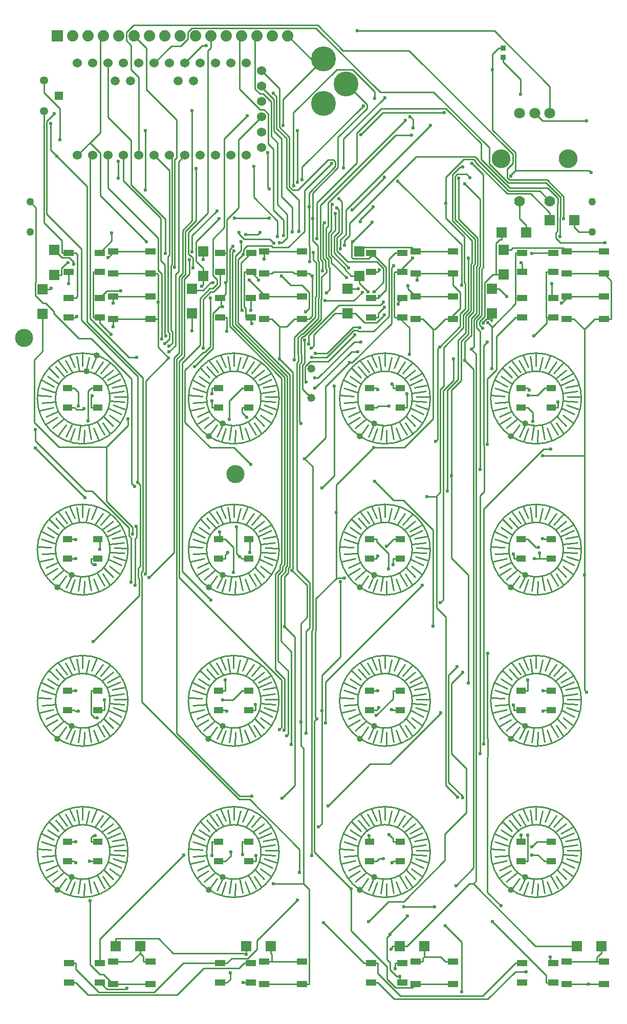
<source format=gtl>
G04 #@! TF.FileFunction,Copper,L1,Top,Signal*
%FSLAX46Y46*%
G04 Gerber Fmt 4.6, Leading zero omitted, Abs format (unit mm)*
G04 Created by KiCad (PCBNEW 4.0.4-stable) date 07/12/17 09:58:22*
%MOMM*%
%LPD*%
G01*
G04 APERTURE LIST*
%ADD10C,2.000000*%
%ADD11C,0.254000*%
%ADD12C,1.016000*%
%ADD13R,1.600000X1.000000*%
%ADD14C,3.000000*%
%ADD15R,1.879600X1.879600*%
%ADD16C,1.879600*%
%ADD17C,1.800000*%
%ADD18C,3.116000*%
%ADD19C,1.778000*%
%ADD20R,0.889000X0.889000*%
%ADD21C,1.320800*%
%ADD22C,4.114800*%
%ADD23R,1.651000X1.000000*%
%ADD24R,1.767840X1.798320*%
%ADD25R,1.798320X1.767840*%
%ADD26R,1.800000X1.100000*%
%ADD27C,1.524000*%
%ADD28C,1.500000*%
%ADD29C,1.270000*%
%ADD30C,1.348740*%
%ADD31R,1.348740X1.348740*%
%ADD32C,0.600000*%
%ADD33C,0.250000*%
G04 APERTURE END LIST*
D10*
D11*
X5410000Y-60760000D02*
X7780000Y-61520000D01*
X4730000Y-61990000D02*
X7020000Y-62130000D01*
X5440000Y-63250000D02*
X7740000Y-63100000D01*
X7310000Y-63970000D02*
X5030000Y-64480000D01*
X6190000Y-65520000D02*
X8190000Y-64580000D01*
X6080000Y-66780000D02*
X8030000Y-65630000D01*
X9150000Y-65840000D02*
X7280000Y-67420000D01*
X9440000Y-66870000D02*
X8100000Y-68720000D01*
X9460000Y-68810000D02*
X10450000Y-66750000D01*
X10910000Y-67450000D02*
X10150000Y-69630000D01*
X11490000Y-69340000D02*
X11840000Y-67010000D01*
X12490000Y-67710000D02*
X12420000Y-69940000D01*
X13640000Y-69260000D02*
X13180000Y-66910000D01*
X14050000Y-67380000D02*
X14830000Y-69430000D01*
X15830000Y-68480000D02*
X14580000Y-66340000D01*
X15570000Y-66560000D02*
X16770000Y-68340000D01*
X15660000Y-65400000D02*
X17210000Y-67020000D01*
X16640000Y-65280000D02*
X18390000Y-66580000D01*
X16430000Y-64070000D02*
X18560000Y-65120000D01*
X17250000Y-63620000D02*
X19370000Y-64300000D01*
X16710000Y-62930000D02*
X19070000Y-63090000D01*
X17370000Y-62230000D02*
X19660000Y-62260000D01*
X16670000Y-61640000D02*
X19010000Y-61320000D01*
X17090000Y-60680000D02*
X19330000Y-60260000D01*
X16230000Y-60320000D02*
X18400000Y-59350000D01*
X16340000Y-59450000D02*
X18370000Y-58360000D01*
X15390000Y-59230000D02*
X17210000Y-57800000D01*
X16730000Y-56580000D02*
X15170000Y-58360000D01*
X14200000Y-58400000D02*
X15540000Y-56490000D01*
X13700000Y-57480000D02*
X14540000Y-55460000D01*
X12760000Y-57990000D02*
X13300000Y-55710000D01*
X12200000Y-57130000D02*
X12200000Y-55010000D01*
X11620000Y-58020000D02*
X11210000Y-55550000D01*
X10880000Y-57320000D02*
X10020000Y-55350000D01*
X9350000Y-56220000D02*
X10460000Y-58200000D01*
X8160000Y-56260000D02*
X9610000Y-58140000D01*
X7760000Y-57260000D02*
X9320000Y-58980000D01*
X6680000Y-57490000D02*
X8200000Y-59000000D01*
X6430000Y-58840000D02*
X8290000Y-60070000D01*
X5360000Y-59470000D02*
X7420000Y-60500000D01*
X19700000Y-62500000D02*
G75*
G03X19700000Y-62500000I-7500000J0D01*
G01*
X16710000Y-62490000D02*
G75*
G03X16710000Y-62490000I-4500000J0D01*
G01*
X30410000Y-60760000D02*
X32780000Y-61520000D01*
X29730000Y-61990000D02*
X32020000Y-62130000D01*
X30440000Y-63250000D02*
X32740000Y-63100000D01*
X32310000Y-63970000D02*
X30030000Y-64480000D01*
X31190000Y-65520000D02*
X33190000Y-64580000D01*
X31080000Y-66780000D02*
X33030000Y-65630000D01*
X34150000Y-65840000D02*
X32280000Y-67420000D01*
X34440000Y-66870000D02*
X33100000Y-68720000D01*
X34460000Y-68810000D02*
X35450000Y-66750000D01*
X35910000Y-67450000D02*
X35150000Y-69630000D01*
X36490000Y-69340000D02*
X36840000Y-67010000D01*
X37490000Y-67710000D02*
X37420000Y-69940000D01*
X38640000Y-69260000D02*
X38180000Y-66910000D01*
X39050000Y-67380000D02*
X39830000Y-69430000D01*
X40830000Y-68480000D02*
X39580000Y-66340000D01*
X40570000Y-66560000D02*
X41770000Y-68340000D01*
X40660000Y-65400000D02*
X42210000Y-67020000D01*
X41640000Y-65280000D02*
X43390000Y-66580000D01*
X41430000Y-64070000D02*
X43560000Y-65120000D01*
X42250000Y-63620000D02*
X44370000Y-64300000D01*
X41710000Y-62930000D02*
X44070000Y-63090000D01*
X42370000Y-62230000D02*
X44660000Y-62260000D01*
X41670000Y-61640000D02*
X44010000Y-61320000D01*
X42090000Y-60680000D02*
X44330000Y-60260000D01*
X41230000Y-60320000D02*
X43400000Y-59350000D01*
X41340000Y-59450000D02*
X43370000Y-58360000D01*
X40390000Y-59230000D02*
X42210000Y-57800000D01*
X41730000Y-56580000D02*
X40170000Y-58360000D01*
X39200000Y-58400000D02*
X40540000Y-56490000D01*
X38700000Y-57480000D02*
X39540000Y-55460000D01*
X37760000Y-57990000D02*
X38300000Y-55710000D01*
X37200000Y-57130000D02*
X37200000Y-55010000D01*
X36620000Y-58020000D02*
X36210000Y-55550000D01*
X35880000Y-57320000D02*
X35020000Y-55350000D01*
X34350000Y-56220000D02*
X35460000Y-58200000D01*
X33160000Y-56260000D02*
X34610000Y-58140000D01*
X32760000Y-57260000D02*
X34320000Y-58980000D01*
X31680000Y-57490000D02*
X33200000Y-59000000D01*
X31430000Y-58840000D02*
X33290000Y-60070000D01*
X30360000Y-59470000D02*
X32420000Y-60500000D01*
X44700000Y-62500000D02*
G75*
G03X44700000Y-62500000I-7500000J0D01*
G01*
X41710000Y-62490000D02*
G75*
G03X41710000Y-62490000I-4500000J0D01*
G01*
X55410000Y-60760000D02*
X57780000Y-61520000D01*
X54730000Y-61990000D02*
X57020000Y-62130000D01*
X55440000Y-63250000D02*
X57740000Y-63100000D01*
X57310000Y-63970000D02*
X55030000Y-64480000D01*
X56190000Y-65520000D02*
X58190000Y-64580000D01*
X56080000Y-66780000D02*
X58030000Y-65630000D01*
X59150000Y-65840000D02*
X57280000Y-67420000D01*
X59440000Y-66870000D02*
X58100000Y-68720000D01*
X59460000Y-68810000D02*
X60450000Y-66750000D01*
X60910000Y-67450000D02*
X60150000Y-69630000D01*
X61490000Y-69340000D02*
X61840000Y-67010000D01*
X62490000Y-67710000D02*
X62420000Y-69940000D01*
X63640000Y-69260000D02*
X63180000Y-66910000D01*
X64050000Y-67380000D02*
X64830000Y-69430000D01*
X65830000Y-68480000D02*
X64580000Y-66340000D01*
X65570000Y-66560000D02*
X66770000Y-68340000D01*
X65660000Y-65400000D02*
X67210000Y-67020000D01*
X66640000Y-65280000D02*
X68390000Y-66580000D01*
X66430000Y-64070000D02*
X68560000Y-65120000D01*
X67250000Y-63620000D02*
X69370000Y-64300000D01*
X66710000Y-62930000D02*
X69070000Y-63090000D01*
X67370000Y-62230000D02*
X69660000Y-62260000D01*
X66670000Y-61640000D02*
X69010000Y-61320000D01*
X67090000Y-60680000D02*
X69330000Y-60260000D01*
X66230000Y-60320000D02*
X68400000Y-59350000D01*
X66340000Y-59450000D02*
X68370000Y-58360000D01*
X65390000Y-59230000D02*
X67210000Y-57800000D01*
X66730000Y-56580000D02*
X65170000Y-58360000D01*
X64200000Y-58400000D02*
X65540000Y-56490000D01*
X63700000Y-57480000D02*
X64540000Y-55460000D01*
X62760000Y-57990000D02*
X63300000Y-55710000D01*
X62200000Y-57130000D02*
X62200000Y-55010000D01*
X61620000Y-58020000D02*
X61210000Y-55550000D01*
X60880000Y-57320000D02*
X60020000Y-55350000D01*
X59350000Y-56220000D02*
X60460000Y-58200000D01*
X58160000Y-56260000D02*
X59610000Y-58140000D01*
X57760000Y-57260000D02*
X59320000Y-58980000D01*
X56680000Y-57490000D02*
X58200000Y-59000000D01*
X56430000Y-58840000D02*
X58290000Y-60070000D01*
X55360000Y-59470000D02*
X57420000Y-60500000D01*
X69700000Y-62500000D02*
G75*
G03X69700000Y-62500000I-7500000J0D01*
G01*
X66710000Y-62490000D02*
G75*
G03X66710000Y-62490000I-4500000J0D01*
G01*
X80410000Y-60760000D02*
X82780000Y-61520000D01*
X79730000Y-61990000D02*
X82020000Y-62130000D01*
X80440000Y-63250000D02*
X82740000Y-63100000D01*
X82310000Y-63970000D02*
X80030000Y-64480000D01*
X81190000Y-65520000D02*
X83190000Y-64580000D01*
X81080000Y-66780000D02*
X83030000Y-65630000D01*
X84150000Y-65840000D02*
X82280000Y-67420000D01*
X84440000Y-66870000D02*
X83100000Y-68720000D01*
X84460000Y-68810000D02*
X85450000Y-66750000D01*
X85910000Y-67450000D02*
X85150000Y-69630000D01*
X86490000Y-69340000D02*
X86840000Y-67010000D01*
X87490000Y-67710000D02*
X87420000Y-69940000D01*
X88640000Y-69260000D02*
X88180000Y-66910000D01*
X89050000Y-67380000D02*
X89830000Y-69430000D01*
X90830000Y-68480000D02*
X89580000Y-66340000D01*
X90570000Y-66560000D02*
X91770000Y-68340000D01*
X90660000Y-65400000D02*
X92210000Y-67020000D01*
X91640000Y-65280000D02*
X93390000Y-66580000D01*
X91430000Y-64070000D02*
X93560000Y-65120000D01*
X92250000Y-63620000D02*
X94370000Y-64300000D01*
X91710000Y-62930000D02*
X94070000Y-63090000D01*
X92370000Y-62230000D02*
X94660000Y-62260000D01*
X91670000Y-61640000D02*
X94010000Y-61320000D01*
X92090000Y-60680000D02*
X94330000Y-60260000D01*
X91230000Y-60320000D02*
X93400000Y-59350000D01*
X91340000Y-59450000D02*
X93370000Y-58360000D01*
X90390000Y-59230000D02*
X92210000Y-57800000D01*
X91730000Y-56580000D02*
X90170000Y-58360000D01*
X89200000Y-58400000D02*
X90540000Y-56490000D01*
X88700000Y-57480000D02*
X89540000Y-55460000D01*
X87760000Y-57990000D02*
X88300000Y-55710000D01*
X87200000Y-57130000D02*
X87200000Y-55010000D01*
X86620000Y-58020000D02*
X86210000Y-55550000D01*
X85880000Y-57320000D02*
X85020000Y-55350000D01*
X84350000Y-56220000D02*
X85460000Y-58200000D01*
X83160000Y-56260000D02*
X84610000Y-58140000D01*
X82760000Y-57260000D02*
X84320000Y-58980000D01*
X81680000Y-57490000D02*
X83200000Y-59000000D01*
X81430000Y-58840000D02*
X83290000Y-60070000D01*
X80360000Y-59470000D02*
X82420000Y-60500000D01*
X94700000Y-62500000D02*
G75*
G03X94700000Y-62500000I-7500000J0D01*
G01*
X91710000Y-62490000D02*
G75*
G03X91710000Y-62490000I-4500000J0D01*
G01*
X5410000Y-85760000D02*
X7780000Y-86520000D01*
X4730000Y-86990000D02*
X7020000Y-87130000D01*
X5440000Y-88250000D02*
X7740000Y-88100000D01*
X7310000Y-88970000D02*
X5030000Y-89480000D01*
X6190000Y-90520000D02*
X8190000Y-89580000D01*
X6080000Y-91780000D02*
X8030000Y-90630000D01*
X9150000Y-90840000D02*
X7280000Y-92420000D01*
X9440000Y-91870000D02*
X8100000Y-93720000D01*
X9460000Y-93810000D02*
X10450000Y-91750000D01*
X10910000Y-92450000D02*
X10150000Y-94630000D01*
X11490000Y-94340000D02*
X11840000Y-92010000D01*
X12490000Y-92710000D02*
X12420000Y-94940000D01*
X13640000Y-94260000D02*
X13180000Y-91910000D01*
X14050000Y-92380000D02*
X14830000Y-94430000D01*
X15830000Y-93480000D02*
X14580000Y-91340000D01*
X15570000Y-91560000D02*
X16770000Y-93340000D01*
X15660000Y-90400000D02*
X17210000Y-92020000D01*
X16640000Y-90280000D02*
X18390000Y-91580000D01*
X16430000Y-89070000D02*
X18560000Y-90120000D01*
X17250000Y-88620000D02*
X19370000Y-89300000D01*
X16710000Y-87930000D02*
X19070000Y-88090000D01*
X17370000Y-87230000D02*
X19660000Y-87260000D01*
X16670000Y-86640000D02*
X19010000Y-86320000D01*
X17090000Y-85680000D02*
X19330000Y-85260000D01*
X16230000Y-85320000D02*
X18400000Y-84350000D01*
X16340000Y-84450000D02*
X18370000Y-83360000D01*
X15390000Y-84230000D02*
X17210000Y-82800000D01*
X16730000Y-81580000D02*
X15170000Y-83360000D01*
X14200000Y-83400000D02*
X15540000Y-81490000D01*
X13700000Y-82480000D02*
X14540000Y-80460000D01*
X12760000Y-82990000D02*
X13300000Y-80710000D01*
X12200000Y-82130000D02*
X12200000Y-80010000D01*
X11620000Y-83020000D02*
X11210000Y-80550000D01*
X10880000Y-82320000D02*
X10020000Y-80350000D01*
X9350000Y-81220000D02*
X10460000Y-83200000D01*
X8160000Y-81260000D02*
X9610000Y-83140000D01*
X7760000Y-82260000D02*
X9320000Y-83980000D01*
X6680000Y-82490000D02*
X8200000Y-84000000D01*
X6430000Y-83840000D02*
X8290000Y-85070000D01*
X5360000Y-84470000D02*
X7420000Y-85500000D01*
X19700000Y-87500000D02*
G75*
G03X19700000Y-87500000I-7500000J0D01*
G01*
X16710000Y-87490000D02*
G75*
G03X16710000Y-87490000I-4500000J0D01*
G01*
X30410000Y-85760000D02*
X32780000Y-86520000D01*
X29730000Y-86990000D02*
X32020000Y-87130000D01*
X30440000Y-88250000D02*
X32740000Y-88100000D01*
X32310000Y-88970000D02*
X30030000Y-89480000D01*
X31190000Y-90520000D02*
X33190000Y-89580000D01*
X31080000Y-91780000D02*
X33030000Y-90630000D01*
X34150000Y-90840000D02*
X32280000Y-92420000D01*
X34440000Y-91870000D02*
X33100000Y-93720000D01*
X34460000Y-93810000D02*
X35450000Y-91750000D01*
X35910000Y-92450000D02*
X35150000Y-94630000D01*
X36490000Y-94340000D02*
X36840000Y-92010000D01*
X37490000Y-92710000D02*
X37420000Y-94940000D01*
X38640000Y-94260000D02*
X38180000Y-91910000D01*
X39050000Y-92380000D02*
X39830000Y-94430000D01*
X40830000Y-93480000D02*
X39580000Y-91340000D01*
X40570000Y-91560000D02*
X41770000Y-93340000D01*
X40660000Y-90400000D02*
X42210000Y-92020000D01*
X41640000Y-90280000D02*
X43390000Y-91580000D01*
X41430000Y-89070000D02*
X43560000Y-90120000D01*
X42250000Y-88620000D02*
X44370000Y-89300000D01*
X41710000Y-87930000D02*
X44070000Y-88090000D01*
X42370000Y-87230000D02*
X44660000Y-87260000D01*
X41670000Y-86640000D02*
X44010000Y-86320000D01*
X42090000Y-85680000D02*
X44330000Y-85260000D01*
X41230000Y-85320000D02*
X43400000Y-84350000D01*
X41340000Y-84450000D02*
X43370000Y-83360000D01*
X40390000Y-84230000D02*
X42210000Y-82800000D01*
X41730000Y-81580000D02*
X40170000Y-83360000D01*
X39200000Y-83400000D02*
X40540000Y-81490000D01*
X38700000Y-82480000D02*
X39540000Y-80460000D01*
X37760000Y-82990000D02*
X38300000Y-80710000D01*
X37200000Y-82130000D02*
X37200000Y-80010000D01*
X36620000Y-83020000D02*
X36210000Y-80550000D01*
X35880000Y-82320000D02*
X35020000Y-80350000D01*
X34350000Y-81220000D02*
X35460000Y-83200000D01*
X33160000Y-81260000D02*
X34610000Y-83140000D01*
X32760000Y-82260000D02*
X34320000Y-83980000D01*
X31680000Y-82490000D02*
X33200000Y-84000000D01*
X31430000Y-83840000D02*
X33290000Y-85070000D01*
X30360000Y-84470000D02*
X32420000Y-85500000D01*
X44700000Y-87500000D02*
G75*
G03X44700000Y-87500000I-7500000J0D01*
G01*
X41710000Y-87490000D02*
G75*
G03X41710000Y-87490000I-4500000J0D01*
G01*
X55410000Y-85760000D02*
X57780000Y-86520000D01*
X54730000Y-86990000D02*
X57020000Y-87130000D01*
X55440000Y-88250000D02*
X57740000Y-88100000D01*
X57310000Y-88970000D02*
X55030000Y-89480000D01*
X56190000Y-90520000D02*
X58190000Y-89580000D01*
X56080000Y-91780000D02*
X58030000Y-90630000D01*
X59150000Y-90840000D02*
X57280000Y-92420000D01*
X59440000Y-91870000D02*
X58100000Y-93720000D01*
X59460000Y-93810000D02*
X60450000Y-91750000D01*
X60910000Y-92450000D02*
X60150000Y-94630000D01*
X61490000Y-94340000D02*
X61840000Y-92010000D01*
X62490000Y-92710000D02*
X62420000Y-94940000D01*
X63640000Y-94260000D02*
X63180000Y-91910000D01*
X64050000Y-92380000D02*
X64830000Y-94430000D01*
X65830000Y-93480000D02*
X64580000Y-91340000D01*
X65570000Y-91560000D02*
X66770000Y-93340000D01*
X65660000Y-90400000D02*
X67210000Y-92020000D01*
X66640000Y-90280000D02*
X68390000Y-91580000D01*
X66430000Y-89070000D02*
X68560000Y-90120000D01*
X67250000Y-88620000D02*
X69370000Y-89300000D01*
X66710000Y-87930000D02*
X69070000Y-88090000D01*
X67370000Y-87230000D02*
X69660000Y-87260000D01*
X66670000Y-86640000D02*
X69010000Y-86320000D01*
X67090000Y-85680000D02*
X69330000Y-85260000D01*
X66230000Y-85320000D02*
X68400000Y-84350000D01*
X66340000Y-84450000D02*
X68370000Y-83360000D01*
X65390000Y-84230000D02*
X67210000Y-82800000D01*
X66730000Y-81580000D02*
X65170000Y-83360000D01*
X64200000Y-83400000D02*
X65540000Y-81490000D01*
X63700000Y-82480000D02*
X64540000Y-80460000D01*
X62760000Y-82990000D02*
X63300000Y-80710000D01*
X62200000Y-82130000D02*
X62200000Y-80010000D01*
X61620000Y-83020000D02*
X61210000Y-80550000D01*
X60880000Y-82320000D02*
X60020000Y-80350000D01*
X59350000Y-81220000D02*
X60460000Y-83200000D01*
X58160000Y-81260000D02*
X59610000Y-83140000D01*
X57760000Y-82260000D02*
X59320000Y-83980000D01*
X56680000Y-82490000D02*
X58200000Y-84000000D01*
X56430000Y-83840000D02*
X58290000Y-85070000D01*
X55360000Y-84470000D02*
X57420000Y-85500000D01*
X69700000Y-87500000D02*
G75*
G03X69700000Y-87500000I-7500000J0D01*
G01*
X66710000Y-87490000D02*
G75*
G03X66710000Y-87490000I-4500000J0D01*
G01*
X80410000Y-85760000D02*
X82780000Y-86520000D01*
X79730000Y-86990000D02*
X82020000Y-87130000D01*
X80440000Y-88250000D02*
X82740000Y-88100000D01*
X82310000Y-88970000D02*
X80030000Y-89480000D01*
X81190000Y-90520000D02*
X83190000Y-89580000D01*
X81080000Y-91780000D02*
X83030000Y-90630000D01*
X84150000Y-90840000D02*
X82280000Y-92420000D01*
X84440000Y-91870000D02*
X83100000Y-93720000D01*
X84460000Y-93810000D02*
X85450000Y-91750000D01*
X85910000Y-92450000D02*
X85150000Y-94630000D01*
X86490000Y-94340000D02*
X86840000Y-92010000D01*
X87490000Y-92710000D02*
X87420000Y-94940000D01*
X88640000Y-94260000D02*
X88180000Y-91910000D01*
X89050000Y-92380000D02*
X89830000Y-94430000D01*
X90830000Y-93480000D02*
X89580000Y-91340000D01*
X90570000Y-91560000D02*
X91770000Y-93340000D01*
X90660000Y-90400000D02*
X92210000Y-92020000D01*
X91640000Y-90280000D02*
X93390000Y-91580000D01*
X91430000Y-89070000D02*
X93560000Y-90120000D01*
X92250000Y-88620000D02*
X94370000Y-89300000D01*
X91710000Y-87930000D02*
X94070000Y-88090000D01*
X92370000Y-87230000D02*
X94660000Y-87260000D01*
X91670000Y-86640000D02*
X94010000Y-86320000D01*
X92090000Y-85680000D02*
X94330000Y-85260000D01*
X91230000Y-85320000D02*
X93400000Y-84350000D01*
X91340000Y-84450000D02*
X93370000Y-83360000D01*
X90390000Y-84230000D02*
X92210000Y-82800000D01*
X91730000Y-81580000D02*
X90170000Y-83360000D01*
X89200000Y-83400000D02*
X90540000Y-81490000D01*
X88700000Y-82480000D02*
X89540000Y-80460000D01*
X87760000Y-82990000D02*
X88300000Y-80710000D01*
X87200000Y-82130000D02*
X87200000Y-80010000D01*
X86620000Y-83020000D02*
X86210000Y-80550000D01*
X85880000Y-82320000D02*
X85020000Y-80350000D01*
X84350000Y-81220000D02*
X85460000Y-83200000D01*
X83160000Y-81260000D02*
X84610000Y-83140000D01*
X82760000Y-82260000D02*
X84320000Y-83980000D01*
X81680000Y-82490000D02*
X83200000Y-84000000D01*
X81430000Y-83840000D02*
X83290000Y-85070000D01*
X80360000Y-84470000D02*
X82420000Y-85500000D01*
X94700000Y-87500000D02*
G75*
G03X94700000Y-87500000I-7500000J0D01*
G01*
X91710000Y-87490000D02*
G75*
G03X91710000Y-87490000I-4500000J0D01*
G01*
X5410000Y-110760000D02*
X7780000Y-111520000D01*
X4730000Y-111990000D02*
X7020000Y-112130000D01*
X5440000Y-113250000D02*
X7740000Y-113100000D01*
X7310000Y-113970000D02*
X5030000Y-114480000D01*
X6190000Y-115520000D02*
X8190000Y-114580000D01*
X6080000Y-116780000D02*
X8030000Y-115630000D01*
X9150000Y-115840000D02*
X7280000Y-117420000D01*
X9440000Y-116870000D02*
X8100000Y-118720000D01*
X9460000Y-118810000D02*
X10450000Y-116750000D01*
X10910000Y-117450000D02*
X10150000Y-119630000D01*
X11490000Y-119340000D02*
X11840000Y-117010000D01*
X12490000Y-117710000D02*
X12420000Y-119940000D01*
X13640000Y-119260000D02*
X13180000Y-116910000D01*
X14050000Y-117380000D02*
X14830000Y-119430000D01*
X15830000Y-118480000D02*
X14580000Y-116340000D01*
X15570000Y-116560000D02*
X16770000Y-118340000D01*
X15660000Y-115400000D02*
X17210000Y-117020000D01*
X16640000Y-115280000D02*
X18390000Y-116580000D01*
X16430000Y-114070000D02*
X18560000Y-115120000D01*
X17250000Y-113620000D02*
X19370000Y-114300000D01*
X16710000Y-112930000D02*
X19070000Y-113090000D01*
X17370000Y-112230000D02*
X19660000Y-112260000D01*
X16670000Y-111640000D02*
X19010000Y-111320000D01*
X17090000Y-110680000D02*
X19330000Y-110260000D01*
X16230000Y-110320000D02*
X18400000Y-109350000D01*
X16340000Y-109450000D02*
X18370000Y-108360000D01*
X15390000Y-109230000D02*
X17210000Y-107800000D01*
X16730000Y-106580000D02*
X15170000Y-108360000D01*
X14200000Y-108400000D02*
X15540000Y-106490000D01*
X13700000Y-107480000D02*
X14540000Y-105460000D01*
X12760000Y-107990000D02*
X13300000Y-105710000D01*
X12200000Y-107130000D02*
X12200000Y-105010000D01*
X11620000Y-108020000D02*
X11210000Y-105550000D01*
X10880000Y-107320000D02*
X10020000Y-105350000D01*
X9350000Y-106220000D02*
X10460000Y-108200000D01*
X8160000Y-106260000D02*
X9610000Y-108140000D01*
X7760000Y-107260000D02*
X9320000Y-108980000D01*
X6680000Y-107490000D02*
X8200000Y-109000000D01*
X6430000Y-108840000D02*
X8290000Y-110070000D01*
X5360000Y-109470000D02*
X7420000Y-110500000D01*
X19700000Y-112500000D02*
G75*
G03X19700000Y-112500000I-7500000J0D01*
G01*
X16710000Y-112490000D02*
G75*
G03X16710000Y-112490000I-4500000J0D01*
G01*
X30387000Y-110760000D02*
X32757000Y-111520000D01*
X29707000Y-111990000D02*
X31997000Y-112130000D01*
X30417000Y-113250000D02*
X32717000Y-113100000D01*
X32287000Y-113970000D02*
X30007000Y-114480000D01*
X31167000Y-115520000D02*
X33167000Y-114580000D01*
X31057000Y-116780000D02*
X33007000Y-115630000D01*
X34127000Y-115840000D02*
X32257000Y-117420000D01*
X34417000Y-116870000D02*
X33077000Y-118720000D01*
X34437000Y-118810000D02*
X35427000Y-116750000D01*
X35887000Y-117450000D02*
X35127000Y-119630000D01*
X36467000Y-119340000D02*
X36817000Y-117010000D01*
X37467000Y-117710000D02*
X37397000Y-119940000D01*
X38617000Y-119260000D02*
X38157000Y-116910000D01*
X39027000Y-117380000D02*
X39807000Y-119430000D01*
X40807000Y-118480000D02*
X39557000Y-116340000D01*
X40547000Y-116560000D02*
X41747000Y-118340000D01*
X40637000Y-115400000D02*
X42187000Y-117020000D01*
X41617000Y-115280000D02*
X43367000Y-116580000D01*
X41407000Y-114070000D02*
X43537000Y-115120000D01*
X42227000Y-113620000D02*
X44347000Y-114300000D01*
X41687000Y-112930000D02*
X44047000Y-113090000D01*
X42347000Y-112230000D02*
X44637000Y-112260000D01*
X41647000Y-111640000D02*
X43987000Y-111320000D01*
X42067000Y-110680000D02*
X44307000Y-110260000D01*
X41207000Y-110320000D02*
X43377000Y-109350000D01*
X41317000Y-109450000D02*
X43347000Y-108360000D01*
X40367000Y-109230000D02*
X42187000Y-107800000D01*
X41707000Y-106580000D02*
X40147000Y-108360000D01*
X39177000Y-108400000D02*
X40517000Y-106490000D01*
X38677000Y-107480000D02*
X39517000Y-105460000D01*
X37737000Y-107990000D02*
X38277000Y-105710000D01*
X37177000Y-107130000D02*
X37177000Y-105010000D01*
X36597000Y-108020000D02*
X36187000Y-105550000D01*
X35857000Y-107320000D02*
X34997000Y-105350000D01*
X34327000Y-106220000D02*
X35437000Y-108200000D01*
X33137000Y-106260000D02*
X34587000Y-108140000D01*
X32737000Y-107260000D02*
X34297000Y-108980000D01*
X31657000Y-107490000D02*
X33177000Y-109000000D01*
X31407000Y-108840000D02*
X33267000Y-110070000D01*
X30337000Y-109470000D02*
X32397000Y-110500000D01*
X44677000Y-112500000D02*
G75*
G03X44677000Y-112500000I-7500000J0D01*
G01*
X41687000Y-112490000D02*
G75*
G03X41687000Y-112490000I-4500000J0D01*
G01*
X55410000Y-110760000D02*
X57780000Y-111520000D01*
X54730000Y-111990000D02*
X57020000Y-112130000D01*
X55440000Y-113250000D02*
X57740000Y-113100000D01*
X57310000Y-113970000D02*
X55030000Y-114480000D01*
X56190000Y-115520000D02*
X58190000Y-114580000D01*
X56080000Y-116780000D02*
X58030000Y-115630000D01*
X59150000Y-115840000D02*
X57280000Y-117420000D01*
X59440000Y-116870000D02*
X58100000Y-118720000D01*
X59460000Y-118810000D02*
X60450000Y-116750000D01*
X60910000Y-117450000D02*
X60150000Y-119630000D01*
X61490000Y-119340000D02*
X61840000Y-117010000D01*
X62490000Y-117710000D02*
X62420000Y-119940000D01*
X63640000Y-119260000D02*
X63180000Y-116910000D01*
X64050000Y-117380000D02*
X64830000Y-119430000D01*
X65830000Y-118480000D02*
X64580000Y-116340000D01*
X65570000Y-116560000D02*
X66770000Y-118340000D01*
X65660000Y-115400000D02*
X67210000Y-117020000D01*
X66640000Y-115280000D02*
X68390000Y-116580000D01*
X66430000Y-114070000D02*
X68560000Y-115120000D01*
X67250000Y-113620000D02*
X69370000Y-114300000D01*
X66710000Y-112930000D02*
X69070000Y-113090000D01*
X67370000Y-112230000D02*
X69660000Y-112260000D01*
X66670000Y-111640000D02*
X69010000Y-111320000D01*
X67090000Y-110680000D02*
X69330000Y-110260000D01*
X66230000Y-110320000D02*
X68400000Y-109350000D01*
X66340000Y-109450000D02*
X68370000Y-108360000D01*
X65390000Y-109230000D02*
X67210000Y-107800000D01*
X66730000Y-106580000D02*
X65170000Y-108360000D01*
X64200000Y-108400000D02*
X65540000Y-106490000D01*
X63700000Y-107480000D02*
X64540000Y-105460000D01*
X62760000Y-107990000D02*
X63300000Y-105710000D01*
X62200000Y-107130000D02*
X62200000Y-105010000D01*
X61620000Y-108020000D02*
X61210000Y-105550000D01*
X60880000Y-107320000D02*
X60020000Y-105350000D01*
X59350000Y-106220000D02*
X60460000Y-108200000D01*
X58160000Y-106260000D02*
X59610000Y-108140000D01*
X57760000Y-107260000D02*
X59320000Y-108980000D01*
X56680000Y-107490000D02*
X58200000Y-109000000D01*
X56430000Y-108840000D02*
X58290000Y-110070000D01*
X55360000Y-109470000D02*
X57420000Y-110500000D01*
X69700000Y-112500000D02*
G75*
G03X69700000Y-112500000I-7500000J0D01*
G01*
X66710000Y-112490000D02*
G75*
G03X66710000Y-112490000I-4500000J0D01*
G01*
X80410000Y-110760000D02*
X82780000Y-111520000D01*
X79730000Y-111990000D02*
X82020000Y-112130000D01*
X80440000Y-113250000D02*
X82740000Y-113100000D01*
X82310000Y-113970000D02*
X80030000Y-114480000D01*
X81190000Y-115520000D02*
X83190000Y-114580000D01*
X81080000Y-116780000D02*
X83030000Y-115630000D01*
X84150000Y-115840000D02*
X82280000Y-117420000D01*
X84440000Y-116870000D02*
X83100000Y-118720000D01*
X84460000Y-118810000D02*
X85450000Y-116750000D01*
X85910000Y-117450000D02*
X85150000Y-119630000D01*
X86490000Y-119340000D02*
X86840000Y-117010000D01*
X87490000Y-117710000D02*
X87420000Y-119940000D01*
X88640000Y-119260000D02*
X88180000Y-116910000D01*
X89050000Y-117380000D02*
X89830000Y-119430000D01*
X90830000Y-118480000D02*
X89580000Y-116340000D01*
X90570000Y-116560000D02*
X91770000Y-118340000D01*
X90660000Y-115400000D02*
X92210000Y-117020000D01*
X91640000Y-115280000D02*
X93390000Y-116580000D01*
X91430000Y-114070000D02*
X93560000Y-115120000D01*
X92250000Y-113620000D02*
X94370000Y-114300000D01*
X91710000Y-112930000D02*
X94070000Y-113090000D01*
X92370000Y-112230000D02*
X94660000Y-112260000D01*
X91670000Y-111640000D02*
X94010000Y-111320000D01*
X92090000Y-110680000D02*
X94330000Y-110260000D01*
X91230000Y-110320000D02*
X93400000Y-109350000D01*
X91340000Y-109450000D02*
X93370000Y-108360000D01*
X90390000Y-109230000D02*
X92210000Y-107800000D01*
X91730000Y-106580000D02*
X90170000Y-108360000D01*
X89200000Y-108400000D02*
X90540000Y-106490000D01*
X88700000Y-107480000D02*
X89540000Y-105460000D01*
X87760000Y-107990000D02*
X88300000Y-105710000D01*
X87200000Y-107130000D02*
X87200000Y-105010000D01*
X86620000Y-108020000D02*
X86210000Y-105550000D01*
X85880000Y-107320000D02*
X85020000Y-105350000D01*
X84350000Y-106220000D02*
X85460000Y-108200000D01*
X83160000Y-106260000D02*
X84610000Y-108140000D01*
X82760000Y-107260000D02*
X84320000Y-108980000D01*
X81680000Y-107490000D02*
X83200000Y-109000000D01*
X81430000Y-108840000D02*
X83290000Y-110070000D01*
X80360000Y-109470000D02*
X82420000Y-110500000D01*
X94700000Y-112500000D02*
G75*
G03X94700000Y-112500000I-7500000J0D01*
G01*
X91710000Y-112490000D02*
G75*
G03X91710000Y-112490000I-4500000J0D01*
G01*
X5410000Y-135760000D02*
X7780000Y-136520000D01*
X4730000Y-136990000D02*
X7020000Y-137130000D01*
X5440000Y-138250000D02*
X7740000Y-138100000D01*
X7310000Y-138970000D02*
X5030000Y-139480000D01*
X6190000Y-140520000D02*
X8190000Y-139580000D01*
X6080000Y-141780000D02*
X8030000Y-140630000D01*
X9150000Y-140840000D02*
X7280000Y-142420000D01*
X9440000Y-141870000D02*
X8100000Y-143720000D01*
X9460000Y-143810000D02*
X10450000Y-141750000D01*
X10910000Y-142450000D02*
X10150000Y-144630000D01*
X11490000Y-144340000D02*
X11840000Y-142010000D01*
X12490000Y-142710000D02*
X12420000Y-144940000D01*
X13640000Y-144260000D02*
X13180000Y-141910000D01*
X14050000Y-142380000D02*
X14830000Y-144430000D01*
X15830000Y-143480000D02*
X14580000Y-141340000D01*
X15570000Y-141560000D02*
X16770000Y-143340000D01*
X15660000Y-140400000D02*
X17210000Y-142020000D01*
X16640000Y-140280000D02*
X18390000Y-141580000D01*
X16430000Y-139070000D02*
X18560000Y-140120000D01*
X17250000Y-138620000D02*
X19370000Y-139300000D01*
X16710000Y-137930000D02*
X19070000Y-138090000D01*
X17370000Y-137230000D02*
X19660000Y-137260000D01*
X16670000Y-136640000D02*
X19010000Y-136320000D01*
X17090000Y-135680000D02*
X19330000Y-135260000D01*
X16230000Y-135320000D02*
X18400000Y-134350000D01*
X16340000Y-134450000D02*
X18370000Y-133360000D01*
X15390000Y-134230000D02*
X17210000Y-132800000D01*
X16730000Y-131580000D02*
X15170000Y-133360000D01*
X14200000Y-133400000D02*
X15540000Y-131490000D01*
X13700000Y-132480000D02*
X14540000Y-130460000D01*
X12760000Y-132990000D02*
X13300000Y-130710000D01*
X12200000Y-132130000D02*
X12200000Y-130010000D01*
X11620000Y-133020000D02*
X11210000Y-130550000D01*
X10880000Y-132320000D02*
X10020000Y-130350000D01*
X9350000Y-131220000D02*
X10460000Y-133200000D01*
X8160000Y-131260000D02*
X9610000Y-133140000D01*
X7760000Y-132260000D02*
X9320000Y-133980000D01*
X6680000Y-132490000D02*
X8200000Y-134000000D01*
X6430000Y-133840000D02*
X8290000Y-135070000D01*
X5360000Y-134470000D02*
X7420000Y-135500000D01*
X19700000Y-137500000D02*
G75*
G03X19700000Y-137500000I-7500000J0D01*
G01*
X16710000Y-137490000D02*
G75*
G03X16710000Y-137490000I-4500000J0D01*
G01*
X30410000Y-135760000D02*
X32780000Y-136520000D01*
X29730000Y-136990000D02*
X32020000Y-137130000D01*
X30440000Y-138250000D02*
X32740000Y-138100000D01*
X32310000Y-138970000D02*
X30030000Y-139480000D01*
X31190000Y-140520000D02*
X33190000Y-139580000D01*
X31080000Y-141780000D02*
X33030000Y-140630000D01*
X34150000Y-140840000D02*
X32280000Y-142420000D01*
X34440000Y-141870000D02*
X33100000Y-143720000D01*
X34460000Y-143810000D02*
X35450000Y-141750000D01*
X35910000Y-142450000D02*
X35150000Y-144630000D01*
X36490000Y-144340000D02*
X36840000Y-142010000D01*
X37490000Y-142710000D02*
X37420000Y-144940000D01*
X38640000Y-144260000D02*
X38180000Y-141910000D01*
X39050000Y-142380000D02*
X39830000Y-144430000D01*
X40830000Y-143480000D02*
X39580000Y-141340000D01*
X40570000Y-141560000D02*
X41770000Y-143340000D01*
X40660000Y-140400000D02*
X42210000Y-142020000D01*
X41640000Y-140280000D02*
X43390000Y-141580000D01*
X41430000Y-139070000D02*
X43560000Y-140120000D01*
X42250000Y-138620000D02*
X44370000Y-139300000D01*
X41710000Y-137930000D02*
X44070000Y-138090000D01*
X42370000Y-137230000D02*
X44660000Y-137260000D01*
X41670000Y-136640000D02*
X44010000Y-136320000D01*
X42090000Y-135680000D02*
X44330000Y-135260000D01*
X41230000Y-135320000D02*
X43400000Y-134350000D01*
X41340000Y-134450000D02*
X43370000Y-133360000D01*
X40390000Y-134230000D02*
X42210000Y-132800000D01*
X41730000Y-131580000D02*
X40170000Y-133360000D01*
X39200000Y-133400000D02*
X40540000Y-131490000D01*
X38700000Y-132480000D02*
X39540000Y-130460000D01*
X37760000Y-132990000D02*
X38300000Y-130710000D01*
X37200000Y-132130000D02*
X37200000Y-130010000D01*
X36620000Y-133020000D02*
X36210000Y-130550000D01*
X35880000Y-132320000D02*
X35020000Y-130350000D01*
X34350000Y-131220000D02*
X35460000Y-133200000D01*
X33160000Y-131260000D02*
X34610000Y-133140000D01*
X32760000Y-132260000D02*
X34320000Y-133980000D01*
X31680000Y-132490000D02*
X33200000Y-134000000D01*
X31430000Y-133840000D02*
X33290000Y-135070000D01*
X30360000Y-134470000D02*
X32420000Y-135500000D01*
X44700000Y-137500000D02*
G75*
G03X44700000Y-137500000I-7500000J0D01*
G01*
X41710000Y-137490000D02*
G75*
G03X41710000Y-137490000I-4500000J0D01*
G01*
X55410000Y-135760000D02*
X57780000Y-136520000D01*
X54730000Y-136990000D02*
X57020000Y-137130000D01*
X55440000Y-138250000D02*
X57740000Y-138100000D01*
X57310000Y-138970000D02*
X55030000Y-139480000D01*
X56190000Y-140520000D02*
X58190000Y-139580000D01*
X56080000Y-141780000D02*
X58030000Y-140630000D01*
X59150000Y-140840000D02*
X57280000Y-142420000D01*
X59440000Y-141870000D02*
X58100000Y-143720000D01*
X59460000Y-143810000D02*
X60450000Y-141750000D01*
X60910000Y-142450000D02*
X60150000Y-144630000D01*
X61490000Y-144340000D02*
X61840000Y-142010000D01*
X62490000Y-142710000D02*
X62420000Y-144940000D01*
X63640000Y-144260000D02*
X63180000Y-141910000D01*
X64050000Y-142380000D02*
X64830000Y-144430000D01*
X65830000Y-143480000D02*
X64580000Y-141340000D01*
X65570000Y-141560000D02*
X66770000Y-143340000D01*
X65660000Y-140400000D02*
X67210000Y-142020000D01*
X66640000Y-140280000D02*
X68390000Y-141580000D01*
X66430000Y-139070000D02*
X68560000Y-140120000D01*
X67250000Y-138620000D02*
X69370000Y-139300000D01*
X66710000Y-137930000D02*
X69070000Y-138090000D01*
X67370000Y-137230000D02*
X69660000Y-137260000D01*
X66670000Y-136640000D02*
X69010000Y-136320000D01*
X67090000Y-135680000D02*
X69330000Y-135260000D01*
X66230000Y-135320000D02*
X68400000Y-134350000D01*
X66340000Y-134450000D02*
X68370000Y-133360000D01*
X65390000Y-134230000D02*
X67210000Y-132800000D01*
X66730000Y-131580000D02*
X65170000Y-133360000D01*
X64200000Y-133400000D02*
X65540000Y-131490000D01*
X63700000Y-132480000D02*
X64540000Y-130460000D01*
X62760000Y-132990000D02*
X63300000Y-130710000D01*
X62200000Y-132130000D02*
X62200000Y-130010000D01*
X61620000Y-133020000D02*
X61210000Y-130550000D01*
X60880000Y-132320000D02*
X60020000Y-130350000D01*
X59350000Y-131220000D02*
X60460000Y-133200000D01*
X58160000Y-131260000D02*
X59610000Y-133140000D01*
X57760000Y-132260000D02*
X59320000Y-133980000D01*
X56680000Y-132490000D02*
X58200000Y-134000000D01*
X56430000Y-133840000D02*
X58290000Y-135070000D01*
X55360000Y-134470000D02*
X57420000Y-135500000D01*
X69700000Y-137500000D02*
G75*
G03X69700000Y-137500000I-7500000J0D01*
G01*
X66710000Y-137490000D02*
G75*
G03X66710000Y-137490000I-4500000J0D01*
G01*
X80410000Y-135760000D02*
X82780000Y-136520000D01*
X79730000Y-136990000D02*
X82020000Y-137130000D01*
X80440000Y-138250000D02*
X82740000Y-138100000D01*
X82310000Y-138970000D02*
X80030000Y-139480000D01*
X81190000Y-140520000D02*
X83190000Y-139580000D01*
X81080000Y-141780000D02*
X83030000Y-140630000D01*
X84150000Y-140840000D02*
X82280000Y-142420000D01*
X84440000Y-141870000D02*
X83100000Y-143720000D01*
X84460000Y-143810000D02*
X85450000Y-141750000D01*
X85910000Y-142450000D02*
X85150000Y-144630000D01*
X86490000Y-144340000D02*
X86840000Y-142010000D01*
X87490000Y-142710000D02*
X87420000Y-144940000D01*
X88640000Y-144260000D02*
X88180000Y-141910000D01*
X89050000Y-142380000D02*
X89830000Y-144430000D01*
X90830000Y-143480000D02*
X89580000Y-141340000D01*
X90570000Y-141560000D02*
X91770000Y-143340000D01*
X90660000Y-140400000D02*
X92210000Y-142020000D01*
X91640000Y-140280000D02*
X93390000Y-141580000D01*
X91430000Y-139070000D02*
X93560000Y-140120000D01*
X92250000Y-138620000D02*
X94370000Y-139300000D01*
X91710000Y-137930000D02*
X94070000Y-138090000D01*
X92370000Y-137230000D02*
X94660000Y-137260000D01*
X91670000Y-136640000D02*
X94010000Y-136320000D01*
X92090000Y-135680000D02*
X94330000Y-135260000D01*
X91230000Y-135320000D02*
X93400000Y-134350000D01*
X91340000Y-134450000D02*
X93370000Y-133360000D01*
X90390000Y-134230000D02*
X92210000Y-132800000D01*
X91730000Y-131580000D02*
X90170000Y-133360000D01*
X89200000Y-133400000D02*
X90540000Y-131490000D01*
X88700000Y-132480000D02*
X89540000Y-130460000D01*
X87760000Y-132990000D02*
X88300000Y-130710000D01*
X87200000Y-132130000D02*
X87200000Y-130010000D01*
X86620000Y-133020000D02*
X86210000Y-130550000D01*
X85880000Y-132320000D02*
X85020000Y-130350000D01*
X84350000Y-131220000D02*
X85460000Y-133200000D01*
X83160000Y-131260000D02*
X84610000Y-133140000D01*
X82760000Y-132260000D02*
X84320000Y-133980000D01*
X81680000Y-132490000D02*
X83200000Y-134000000D01*
X81430000Y-133840000D02*
X83290000Y-135070000D01*
X80360000Y-134470000D02*
X82420000Y-135500000D01*
X94700000Y-137500000D02*
G75*
G03X94700000Y-137500000I-7500000J0D01*
G01*
X91710000Y-137490000D02*
G75*
G03X91710000Y-137490000I-4500000J0D01*
G01*
D12*
X12800000Y-58010000D03*
X14570000Y-55390000D03*
D13*
X9700000Y-60800000D03*
X9700000Y-64000000D03*
X14700000Y-64000000D03*
X14700000Y-60800000D03*
D14*
X2500000Y-52500000D03*
D12*
X35400000Y-66650000D03*
X33050000Y-68750000D03*
D13*
X34700000Y-60800000D03*
X34700000Y-64000000D03*
X39700000Y-64000000D03*
X39700000Y-60800000D03*
D14*
X37500000Y-75000000D03*
D15*
X8000000Y-2500000D03*
D16*
X10540000Y-2500000D03*
X13080000Y-2500000D03*
X15620000Y-2500000D03*
X18160000Y-2500000D03*
X20700000Y-2500000D03*
X23240000Y-2500000D03*
X25780000Y-2500000D03*
X28320000Y-2500000D03*
X30860000Y-2500000D03*
X33400000Y-2500000D03*
X35940000Y-2500000D03*
X38480000Y-2500000D03*
X41020000Y-2500000D03*
X43560000Y-2500000D03*
X46100000Y-2500000D03*
D17*
X89495000Y-15360000D03*
X86995000Y-15360000D03*
X84495000Y-15360000D03*
D18*
X92545000Y-22860000D03*
X81445000Y-22860000D03*
D19*
X84495000Y-29860000D03*
X89495000Y-29860000D03*
D20*
X81788000Y-4572000D03*
X81788000Y-6096000D03*
D21*
X50000000Y-57587000D03*
X50000000Y-62413000D03*
D22*
X52025400Y-13670800D03*
X52050800Y-6350000D03*
X55787000Y-10493000D03*
D23*
X9900000Y-38400000D03*
X15054000Y-38400000D03*
X15054000Y-41600000D03*
X9900000Y-41600000D03*
X34923000Y-38400000D03*
X40077000Y-38400000D03*
X40077000Y-41600000D03*
X34923000Y-41600000D03*
X59923000Y-38400000D03*
X65077000Y-38400000D03*
X65077000Y-41600000D03*
X59923000Y-41600000D03*
X84900000Y-38400000D03*
X90054000Y-38400000D03*
X90054000Y-41600000D03*
X84900000Y-41600000D03*
X9900000Y-45900000D03*
X15054000Y-45900000D03*
X15054000Y-49100000D03*
X9900000Y-49100000D03*
X34900000Y-45900000D03*
X40054000Y-45900000D03*
X40054000Y-49100000D03*
X34900000Y-49100000D03*
X59923000Y-45900000D03*
X65077000Y-45900000D03*
X65077000Y-49100000D03*
X59923000Y-49100000D03*
X84923000Y-45900000D03*
X90077000Y-45900000D03*
X90077000Y-49100000D03*
X84923000Y-49100000D03*
X9923000Y-155900000D03*
X15077000Y-155900000D03*
X15077000Y-159100000D03*
X9923000Y-159100000D03*
X34900000Y-155900000D03*
X40054000Y-155900000D03*
X40054000Y-159100000D03*
X34900000Y-159100000D03*
X59900000Y-155900000D03*
X65054000Y-155900000D03*
X65054000Y-159100000D03*
X59900000Y-159100000D03*
X84900000Y-155900000D03*
X90054000Y-155900000D03*
X90054000Y-159100000D03*
X84900000Y-159100000D03*
D12*
X60400000Y-66650000D03*
X58050000Y-68750000D03*
D13*
X59700000Y-60800000D03*
X59700000Y-64000000D03*
X64700000Y-64000000D03*
X64700000Y-60800000D03*
D12*
X85400000Y-66650000D03*
X83050000Y-68750000D03*
D13*
X84700000Y-60800000D03*
X84700000Y-64000000D03*
X89700000Y-64000000D03*
X89700000Y-60800000D03*
D12*
X10400000Y-91650000D03*
X8050000Y-93750000D03*
D13*
X9700000Y-85800000D03*
X9700000Y-89000000D03*
X14700000Y-89000000D03*
X14700000Y-85800000D03*
D12*
X35400000Y-91650000D03*
X33050000Y-93750000D03*
D13*
X34700000Y-85800000D03*
X34700000Y-89000000D03*
X39700000Y-89000000D03*
X39700000Y-85800000D03*
D12*
X60400000Y-91650000D03*
X58050000Y-93750000D03*
D13*
X59700000Y-85800000D03*
X59700000Y-89000000D03*
X64700000Y-89000000D03*
X64700000Y-85800000D03*
D12*
X85400000Y-91650000D03*
X83050000Y-93750000D03*
D13*
X84700000Y-85800000D03*
X84700000Y-89000000D03*
X89700000Y-89000000D03*
X89700000Y-85800000D03*
D12*
X10400000Y-116650000D03*
X8050000Y-118750000D03*
D13*
X9700000Y-110800000D03*
X9700000Y-114000000D03*
X14700000Y-114000000D03*
X14700000Y-110800000D03*
D12*
X35377000Y-116650000D03*
X33027000Y-118750000D03*
D13*
X34677000Y-110800000D03*
X34677000Y-114000000D03*
X39677000Y-114000000D03*
X39677000Y-110800000D03*
D12*
X60400000Y-116650000D03*
X58050000Y-118750000D03*
D13*
X59700000Y-110800000D03*
X59700000Y-114000000D03*
X64700000Y-114000000D03*
X64700000Y-110800000D03*
D12*
X85400000Y-116650000D03*
X83050000Y-118750000D03*
D13*
X84700000Y-110800000D03*
X84700000Y-114000000D03*
X89700000Y-114000000D03*
X89700000Y-110800000D03*
D12*
X10400000Y-141650000D03*
X8050000Y-143750000D03*
D13*
X9700000Y-135800000D03*
X9700000Y-139000000D03*
X14700000Y-139000000D03*
X14700000Y-135800000D03*
D12*
X35400000Y-141650000D03*
X33050000Y-143750000D03*
D13*
X34700000Y-135800000D03*
X34700000Y-139000000D03*
X39700000Y-139000000D03*
X39700000Y-135800000D03*
D12*
X60400000Y-141650000D03*
X58050000Y-143750000D03*
D13*
X59700000Y-135800000D03*
X59700000Y-139000000D03*
X64700000Y-139000000D03*
X64700000Y-135800000D03*
D12*
X85400000Y-141650000D03*
X83050000Y-143750000D03*
D13*
X84700000Y-135800000D03*
X84700000Y-139000000D03*
X89700000Y-139000000D03*
X89700000Y-135800000D03*
D24*
X7500000Y-37960380D03*
X7500000Y-42039620D03*
X32155000Y-42229620D03*
X32155000Y-38150380D03*
X57955000Y-42229620D03*
X57955000Y-38150380D03*
X81800000Y-42000020D03*
X81800000Y-37920780D03*
D25*
X81526380Y-35052000D03*
X85605620Y-35052000D03*
D24*
X5595000Y-48519620D03*
X5595000Y-44440380D03*
X30250000Y-48459620D03*
X30250000Y-44380380D03*
X56050000Y-48459620D03*
X56050000Y-44380380D03*
X79895000Y-48459620D03*
X79895000Y-44380380D03*
D25*
X17645380Y-153035000D03*
X21724620Y-153035000D03*
X39235380Y-153035000D03*
X43314620Y-153035000D03*
X64635380Y-153035000D03*
X68714620Y-153035000D03*
X93937380Y-153035000D03*
X98016620Y-153035000D03*
D26*
X23454000Y-38150000D03*
X17254000Y-38150000D03*
X17254000Y-41850000D03*
X23454000Y-41850000D03*
X48454000Y-38150000D03*
X42254000Y-38150000D03*
X42254000Y-41850000D03*
X48454000Y-41850000D03*
X73454000Y-38150000D03*
X67254000Y-38150000D03*
X67254000Y-41850000D03*
X73454000Y-41850000D03*
X98454000Y-38150000D03*
X92254000Y-38150000D03*
X92254000Y-41850000D03*
X98454000Y-41850000D03*
X23454000Y-45650000D03*
X17254000Y-45650000D03*
X17254000Y-49350000D03*
X23454000Y-49350000D03*
X48454000Y-45650000D03*
X42254000Y-45650000D03*
X42254000Y-49350000D03*
X48454000Y-49350000D03*
X73454000Y-45650000D03*
X67254000Y-45650000D03*
X67254000Y-49350000D03*
X73454000Y-49350000D03*
X98431000Y-45650000D03*
X92231000Y-45650000D03*
X92231000Y-49350000D03*
X98431000Y-49350000D03*
X23454000Y-155650000D03*
X17254000Y-155650000D03*
X17254000Y-159350000D03*
X23454000Y-159350000D03*
X48454000Y-155650000D03*
X42254000Y-155650000D03*
X42254000Y-159350000D03*
X48454000Y-159350000D03*
X73454000Y-155650000D03*
X67254000Y-155650000D03*
X67254000Y-159350000D03*
X73454000Y-159350000D03*
X98454000Y-155650000D03*
X92254000Y-155650000D03*
X92254000Y-159350000D03*
X98454000Y-159350000D03*
D27*
X41820000Y-21030000D03*
X41820000Y-18490000D03*
X41820000Y-15950000D03*
X41820000Y-13410000D03*
X41820000Y-10870000D03*
X41820000Y-8330000D03*
X39280000Y-22300000D03*
X36740000Y-22300000D03*
X34200000Y-22300000D03*
X31660000Y-22300000D03*
X29120000Y-22300000D03*
X26580000Y-22300000D03*
X24040000Y-22300000D03*
X21500000Y-22300000D03*
X18960000Y-22300000D03*
X16420000Y-22300000D03*
X13880000Y-22300000D03*
X11340000Y-22300000D03*
X39280000Y-7060000D03*
X36740000Y-7060000D03*
X34200000Y-7060000D03*
X31660000Y-7060000D03*
X29120000Y-7060000D03*
X26580000Y-7060000D03*
X24040000Y-7060000D03*
X21500000Y-7060000D03*
X18960000Y-7060000D03*
X16420000Y-7060000D03*
X13880000Y-7060000D03*
X11340000Y-7060000D03*
D28*
X30517000Y-9981000D03*
X27977000Y-9981000D03*
X20103000Y-9981000D03*
X17563000Y-9981000D03*
D25*
X89460380Y-33000000D03*
X93539620Y-33000000D03*
D29*
X3500000Y-30000640D03*
X3500000Y-34999360D03*
X96500000Y-34999360D03*
X96500000Y-30000640D03*
D30*
X5801080Y-14940000D03*
X5801080Y-9860000D03*
D31*
X8297900Y-12400000D03*
D32*
X37105400Y-91266400D03*
X84700000Y-134712700D03*
X11031900Y-135800000D03*
X35802300Y-109040200D03*
X11094200Y-110830500D03*
X79986100Y-8104500D03*
X33574700Y-61689000D03*
X56880500Y-36552200D03*
X61018300Y-110830500D03*
X61268800Y-45670300D03*
X79865400Y-57596600D03*
X86040400Y-61126800D03*
X59599800Y-134772700D03*
X33574700Y-138104600D03*
X79257200Y-49978700D03*
X85825300Y-109035900D03*
X60057300Y-33372500D03*
X52053500Y-149204300D03*
X35356900Y-47335500D03*
X30683500Y-57212000D03*
X96296400Y-25136000D03*
X62782900Y-90656900D03*
X61029100Y-61003800D03*
X83034500Y-25734300D03*
X34820300Y-84584600D03*
X35835000Y-43341400D03*
X87595200Y-87123200D03*
X11480900Y-63740700D03*
X11021100Y-85829800D03*
X47745200Y-145436700D03*
X63574700Y-90022000D03*
X41323500Y-42928600D03*
X63383600Y-139262300D03*
X39361600Y-65597300D03*
X95597300Y-16620700D03*
X8455800Y-19735600D03*
X63315300Y-113923200D03*
X65825300Y-61697900D03*
X65950200Y-148058200D03*
X88381100Y-114193600D03*
X38720400Y-159050400D03*
X51744000Y-114143100D03*
X40802300Y-113092300D03*
X15819600Y-112323200D03*
X45355000Y-17378500D03*
X79975400Y-148998800D03*
X90825300Y-63107700D03*
X40825300Y-138078100D03*
X13387200Y-139040300D03*
X51204300Y-133371900D03*
X13737700Y-62024300D03*
X86493700Y-137960800D03*
X63012300Y-151161500D03*
X54834100Y-92802600D03*
X38191200Y-88616500D03*
X64678700Y-158099400D03*
X14267800Y-90009900D03*
X86839500Y-52143700D03*
X37668300Y-83763500D03*
X40149400Y-50125500D03*
X66792900Y-39248800D03*
X66232100Y-55195900D03*
X86928700Y-88968900D03*
X87807700Y-88068700D03*
X19567000Y-159992400D03*
X16940000Y-51912900D03*
X7952000Y-22438000D03*
X48087700Y-140844100D03*
X74126100Y-106860100D03*
X75029400Y-128479500D03*
X6887900Y-17019900D03*
X50380400Y-38306900D03*
X47234900Y-56157000D03*
X45089000Y-42239800D03*
X49097200Y-48136300D03*
X48922300Y-52845000D03*
X60257100Y-30814000D03*
X58127100Y-33233300D03*
X52183500Y-33424200D03*
X48306000Y-66588100D03*
X79207500Y-104635000D03*
X81381200Y-146414000D03*
X74917000Y-160642100D03*
X72197300Y-149669600D03*
X78356100Y-50863100D03*
X31902500Y-43945400D03*
X10701100Y-40296500D03*
X53955800Y-31915500D03*
X43075600Y-32698600D03*
X37326200Y-32698600D03*
X34752600Y-32748700D03*
X59413800Y-44862800D03*
X78456800Y-50062700D03*
X20479400Y-84948400D03*
X30250000Y-51294000D03*
X60382900Y-44852800D03*
X54547500Y-29452500D03*
X62149000Y-48720000D03*
X50017400Y-54201000D03*
X19657900Y-65867000D03*
X72277000Y-30227200D03*
X71242700Y-53981600D03*
X70619800Y-69599300D03*
X55811300Y-42487800D03*
X53448500Y-30425600D03*
X73507100Y-55917500D03*
X71361000Y-96290800D03*
X77953200Y-121198900D03*
X79131300Y-53135200D03*
X74868100Y-43751200D03*
X64339300Y-26557700D03*
X75410900Y-56224900D03*
X74421100Y-26042600D03*
X73926900Y-143078400D03*
X76488000Y-54349500D03*
X75423000Y-27031300D03*
X39235400Y-154423600D03*
X63208400Y-153608100D03*
X22760500Y-36602800D03*
X27411900Y-40792100D03*
X30483600Y-40860100D03*
X25901900Y-38537500D03*
X45424400Y-35520300D03*
X44732800Y-36705100D03*
X39176100Y-35398600D03*
X41539500Y-35084000D03*
X56320900Y-56568900D03*
X48930100Y-72460000D03*
X50067800Y-138067000D03*
X63675900Y-40581400D03*
X76264200Y-25950900D03*
X73167400Y-75225100D03*
X75971500Y-109595500D03*
X75978900Y-39265100D03*
X74229000Y-128458900D03*
X69155500Y-78697200D03*
X39984500Y-73379200D03*
X33296200Y-45862000D03*
X45597900Y-100223600D03*
X38743500Y-38729200D03*
X66827500Y-17760800D03*
X66358300Y-15877000D03*
X53364800Y-23641200D03*
X45204700Y-128608300D03*
X40196600Y-128238400D03*
X30928600Y-24465400D03*
X58193100Y-18869400D03*
X72051000Y-15212400D03*
X40495400Y-24156200D03*
X44449700Y-35709800D03*
X45918300Y-118243500D03*
X37207100Y-38113700D03*
X45535600Y-117336700D03*
X37033900Y-37313300D03*
X46685400Y-119714500D03*
X38407400Y-36577900D03*
X50266700Y-32720000D03*
X49172600Y-117824700D03*
X60530500Y-76223500D03*
X70189700Y-100114500D03*
X47146800Y-27335400D03*
X60504300Y-12824900D03*
X22568700Y-28001000D03*
X22605600Y-18199200D03*
X47704900Y-18158900D03*
X47704800Y-26755100D03*
X62116100Y-25925400D03*
X56812300Y-31313100D03*
X49753600Y-39903300D03*
X30303300Y-14876700D03*
X23165900Y-92123500D03*
X49641400Y-30771500D03*
X54239900Y-30969200D03*
X56202800Y-40885200D03*
X42802500Y-21869800D03*
X43092100Y-27810100D03*
X18094300Y-26068100D03*
X18094300Y-23280700D03*
X75027100Y-24242900D03*
X72542100Y-77775100D03*
X76579800Y-23604600D03*
X77984400Y-74210200D03*
X21061300Y-83664000D03*
X20893500Y-93422000D03*
X12585200Y-78866700D03*
X4389500Y-70671000D03*
X20217000Y-92885500D03*
X4382400Y-67634000D03*
X59518400Y-148966500D03*
X75039600Y-107754700D03*
X78580700Y-119637500D03*
X89592500Y-70846300D03*
X44735200Y-117288500D03*
X29856900Y-39561900D03*
X95196800Y-91650000D03*
X95557000Y-111035200D03*
X88307100Y-71949500D03*
X49187300Y-59757300D03*
X57236900Y-51941100D03*
X95859600Y-159350000D03*
X13467800Y-145564500D03*
X24679300Y-46587300D03*
X17257300Y-50631000D03*
X26418500Y-55791300D03*
X22553300Y-91509700D03*
X44757000Y-55967000D03*
X46829600Y-90889300D03*
X48277400Y-115990400D03*
X43764300Y-142726300D03*
X50204200Y-42248100D03*
X60303900Y-70591800D03*
X55478800Y-92164300D03*
X56604500Y-143557100D03*
X50905900Y-115492000D03*
X67504000Y-42909800D03*
X54138200Y-81373600D03*
X38540400Y-47906700D03*
X9900000Y-43488500D03*
X32122400Y-54212300D03*
X50082200Y-55741300D03*
X86478700Y-38542700D03*
X61262500Y-41208900D03*
X18520100Y-44733900D03*
X52289700Y-46328700D03*
X58445900Y-44919900D03*
X84695000Y-40074900D03*
X40054000Y-47878400D03*
X11232700Y-48918100D03*
X64393700Y-46900300D03*
X61948600Y-46583300D03*
X49597600Y-53476900D03*
X36050800Y-51409500D03*
X89817600Y-43506000D03*
X62135700Y-47383700D03*
X13112400Y-66201200D03*
X79131300Y-70056700D03*
X36430500Y-65944200D03*
X12429500Y-64177300D03*
X63381200Y-60128400D03*
X57752900Y-54748200D03*
X50629200Y-60825100D03*
X33574700Y-62941800D03*
X85944000Y-61946500D03*
X62850400Y-63766900D03*
X15067800Y-87488500D03*
X86648900Y-66283800D03*
X39825300Y-87965600D03*
X11031700Y-88981200D03*
X62492800Y-86956600D03*
X36237700Y-87978100D03*
X88249700Y-85676900D03*
X61024900Y-88563300D03*
X14605300Y-115302300D03*
X52408400Y-116188000D03*
X68417700Y-93374600D03*
X83491200Y-88177900D03*
X35371100Y-112323200D03*
X11474900Y-114243700D03*
X60796000Y-114915700D03*
X35998700Y-114196400D03*
X88364200Y-110800000D03*
X61172600Y-113652700D03*
X14267800Y-134772500D03*
X52837300Y-129831300D03*
X71456100Y-114425400D03*
X83489300Y-113155100D03*
X38703500Y-137948300D03*
X11027000Y-139290800D03*
X62899200Y-134616500D03*
X36694400Y-137531500D03*
X86484600Y-136688700D03*
X61971000Y-138592900D03*
X85825300Y-134658200D03*
X28916400Y-138029200D03*
X63903200Y-156830900D03*
X36609100Y-157489600D03*
X89531000Y-154887900D03*
X85545700Y-157264500D03*
X55524300Y-37181600D03*
X30304700Y-38241100D03*
X34388300Y-31486500D03*
X48519500Y-26332400D03*
X58606300Y-14094800D03*
X16429600Y-39224400D03*
X9824300Y-40032800D03*
X42254000Y-39416000D03*
X32155000Y-39554000D03*
X17254000Y-46708700D03*
X7001400Y-44243200D03*
X39750300Y-42896300D03*
X33751100Y-43369000D03*
X65970500Y-43857400D03*
X57837400Y-44344600D03*
X91412300Y-46730200D03*
X82311900Y-45588100D03*
X70387400Y-146530400D03*
X65317700Y-146530400D03*
X57599900Y-1727000D03*
X32633600Y-4167800D03*
X69761300Y-17322200D03*
X54863400Y-37794900D03*
X55383300Y-24346200D03*
X62167700Y-12789400D03*
X84637100Y-12201200D03*
X43866100Y-36838100D03*
X38078100Y-35085900D03*
X17021300Y-35115700D03*
X50918700Y-36102200D03*
X98620200Y-36759300D03*
X52517900Y-45003200D03*
X66620900Y-18993000D03*
X51791600Y-77276200D03*
X53822200Y-60448400D03*
X51911900Y-41382200D03*
X65560600Y-16527700D03*
X21164900Y-55734700D03*
X25787600Y-53407500D03*
X26486700Y-53840400D03*
X26498100Y-54773700D03*
X91148700Y-35703600D03*
X25287900Y-52656200D03*
X50579900Y-59129600D03*
X58195000Y-53123600D03*
X25941000Y-52139400D03*
X50646000Y-55012900D03*
X58086700Y-50798000D03*
X91780800Y-32785000D03*
X20789400Y-76999900D03*
X39446700Y-15724700D03*
X33412800Y-95817600D03*
X43712600Y-12015600D03*
X47937000Y-34859400D03*
X46843600Y-34971500D03*
X21278300Y-76354400D03*
X13912800Y-102702200D03*
X7542400Y-15397000D03*
D33*
X84900000Y-155900000D02*
X83749200Y-155900000D01*
X59900000Y-155900000D02*
X61050800Y-155900000D01*
X9700000Y-135800000D02*
X11031900Y-135800000D01*
X34677000Y-110800000D02*
X35802300Y-110800000D01*
X35802300Y-110800000D02*
X35802300Y-109040200D01*
X10855800Y-110830500D02*
X10825300Y-110800000D01*
X11094200Y-110830500D02*
X10855800Y-110830500D01*
X9700000Y-110800000D02*
X10825300Y-110800000D01*
X9900000Y-45900000D02*
X11050800Y-45900000D01*
X9900000Y-38400000D02*
X11050800Y-38400000D01*
X81788000Y-4572000D02*
X81018200Y-4572000D01*
X84923000Y-45900000D02*
X83772200Y-45900000D01*
X84900000Y-38400000D02*
X83749200Y-38400000D01*
X83749200Y-45877000D02*
X83749200Y-38400000D01*
X83772200Y-45900000D02*
X83749200Y-45877000D01*
X34700000Y-60800000D02*
X33574700Y-60800000D01*
X59923000Y-45900000D02*
X61073800Y-45900000D01*
X59700000Y-110800000D02*
X60825300Y-110800000D01*
X60855800Y-110830500D02*
X60825300Y-110800000D01*
X61018300Y-110830500D02*
X60855800Y-110830500D01*
X84700000Y-60800000D02*
X85825300Y-60800000D01*
X86040400Y-61015100D02*
X86040400Y-61126800D01*
X85825300Y-60800000D02*
X86040400Y-61015100D01*
X59599800Y-135699800D02*
X59599800Y-134772700D01*
X59700000Y-135800000D02*
X59599800Y-135699800D01*
X34700000Y-135800000D02*
X33574700Y-135800000D01*
X33574700Y-135800000D02*
X33574700Y-138104600D01*
X83772200Y-46847900D02*
X79949300Y-50670800D01*
X83772200Y-45900000D02*
X83772200Y-46847900D01*
X79865400Y-50754700D02*
X79949300Y-50670800D01*
X79865400Y-57596600D02*
X79865400Y-50754700D01*
X79949300Y-50670800D02*
X79257200Y-49978700D01*
X84700000Y-135800000D02*
X84700000Y-134712700D01*
X84700000Y-110800000D02*
X85825300Y-110800000D01*
X85825300Y-110800000D02*
X85825300Y-109035900D01*
X78381800Y-161267400D02*
X83749200Y-155900000D01*
X64722400Y-161267400D02*
X78381800Y-161267400D01*
X61050800Y-157595800D02*
X64722400Y-161267400D01*
X61050800Y-155900000D02*
X61050800Y-157595800D01*
X61073800Y-45865300D02*
X61268800Y-45670300D01*
X61073800Y-45900000D02*
X61073800Y-45865300D01*
X59923000Y-38941500D02*
X59923000Y-38400000D01*
X56735000Y-36697700D02*
X56880500Y-36552200D01*
X56735000Y-39185300D02*
X56735000Y-36697700D01*
X56924700Y-39375000D02*
X56735000Y-39185300D01*
X59489500Y-39375000D02*
X56924700Y-39375000D01*
X59923000Y-38941500D02*
X59489500Y-39375000D01*
X59900000Y-155900000D02*
X58749200Y-155900000D01*
X37105400Y-87080100D02*
X37105400Y-91266400D01*
X35825300Y-85800000D02*
X37105400Y-87080100D01*
X34900000Y-45900000D02*
X35134100Y-45900000D01*
X33574700Y-60800000D02*
X33574700Y-61689000D01*
X11326400Y-38675600D02*
X11050800Y-38400000D01*
X11326400Y-45624400D02*
X11326400Y-38675600D01*
X11050800Y-45900000D02*
X11326400Y-45624400D01*
X79986100Y-5604100D02*
X79986100Y-8104500D01*
X81018200Y-4572000D02*
X79986100Y-5604100D01*
X8749200Y-36423900D02*
X8749200Y-38400000D01*
X5801100Y-33475800D02*
X8749200Y-36423900D01*
X5801100Y-14940000D02*
X5801100Y-33475800D01*
X9900000Y-38400000D02*
X8749200Y-38400000D01*
X59700000Y-85800000D02*
X60825300Y-85800000D01*
X62782900Y-88131000D02*
X62782900Y-90656900D01*
X60825300Y-86173400D02*
X62782900Y-88131000D01*
X60825300Y-85800000D02*
X60825300Y-86173400D01*
X59700000Y-60800000D02*
X60825300Y-60800000D01*
X83034500Y-25561700D02*
X83034500Y-25734300D01*
X83778600Y-24817600D02*
X83034500Y-25561700D01*
X83778600Y-21880600D02*
X83778600Y-24817600D01*
X79986100Y-18088100D02*
X83778600Y-21880600D01*
X79986100Y-8104500D02*
X79986100Y-18088100D01*
X95978000Y-24817600D02*
X96296400Y-25136000D01*
X83778600Y-24817600D02*
X95978000Y-24817600D01*
X34700000Y-85800000D02*
X35262700Y-85800000D01*
X35262700Y-85800000D02*
X35825300Y-85800000D01*
X34820300Y-85357600D02*
X34820300Y-84584600D01*
X35262700Y-85800000D02*
X34820300Y-85357600D01*
X35134100Y-45900000D02*
X35134100Y-47335500D01*
X34828200Y-47335500D02*
X35134100Y-47335500D01*
X33746600Y-48417100D02*
X34828200Y-47335500D01*
X33746600Y-54148900D02*
X33746600Y-48417100D01*
X30683500Y-57212000D02*
X33746600Y-54148900D01*
X36073800Y-32958700D02*
X36073800Y-38400000D01*
X38010000Y-31022500D02*
X36073800Y-32958700D01*
X38010000Y-19760000D02*
X38010000Y-31022500D01*
X41820000Y-15950000D02*
X38010000Y-19760000D01*
X34923000Y-38400000D02*
X36073800Y-38400000D01*
X35835000Y-45199100D02*
X35134100Y-45900000D01*
X35835000Y-43341400D02*
X35835000Y-45199100D01*
X36073800Y-43102600D02*
X36073800Y-38400000D01*
X35835000Y-43341400D02*
X36073800Y-43102600D01*
X35134100Y-47335500D02*
X35356900Y-47335500D01*
X61029100Y-61003800D02*
X60825300Y-60800000D01*
X56880500Y-36549300D02*
X60057300Y-33372500D01*
X56880500Y-36552200D02*
X56880500Y-36549300D01*
X52053500Y-149204300D02*
X58749200Y-155900000D01*
X60539600Y-38941500D02*
X59923000Y-38941500D01*
X62407600Y-40809500D02*
X60539600Y-38941500D01*
X62407600Y-44531500D02*
X62407600Y-40809500D01*
X61268800Y-45670300D02*
X62407600Y-44531500D01*
X87148500Y-87123200D02*
X85825300Y-85800000D01*
X87595200Y-87123200D02*
X87148500Y-87123200D01*
X84700000Y-85800000D02*
X85825300Y-85800000D01*
X11480900Y-61455600D02*
X10825300Y-60800000D01*
X11480900Y-63740700D02*
X11480900Y-61455600D01*
X9700000Y-60800000D02*
X10825300Y-60800000D01*
X9700000Y-85800000D02*
X10825300Y-85800000D01*
X10855100Y-85829800D02*
X11021100Y-85829800D01*
X10825300Y-85800000D02*
X10855100Y-85829800D01*
X41015800Y-152166100D02*
X47745200Y-145436700D01*
X41015800Y-153538700D02*
X41015800Y-152166100D01*
X39479800Y-155074700D02*
X41015800Y-153538700D01*
X36876100Y-155074700D02*
X39479800Y-155074700D01*
X36050800Y-155900000D02*
X36876100Y-155074700D01*
X35475400Y-155900000D02*
X36050800Y-155900000D01*
X35475400Y-155900000D02*
X34900000Y-155900000D01*
X11073800Y-156888100D02*
X11073800Y-155900000D01*
X14890600Y-160704900D02*
X11073800Y-156888100D01*
X24009200Y-160704900D02*
X14890600Y-160704900D01*
X28814100Y-155900000D02*
X24009200Y-160704900D01*
X34900000Y-155900000D02*
X28814100Y-155900000D01*
X9923000Y-155900000D02*
X11073800Y-155900000D01*
X64700000Y-89000000D02*
X63574700Y-89000000D01*
X63574700Y-89000000D02*
X63574700Y-90022000D01*
X64700000Y-139000000D02*
X63574700Y-139000000D01*
X39700000Y-64000000D02*
X38574700Y-64000000D01*
X63383600Y-139191100D02*
X63383600Y-139262300D01*
X63574700Y-139000000D02*
X63383600Y-139191100D01*
X63497900Y-113923200D02*
X63574700Y-114000000D01*
X63315300Y-113923200D02*
X63497900Y-113923200D01*
X64700000Y-114000000D02*
X63574700Y-114000000D01*
X64700000Y-64000000D02*
X65825300Y-64000000D01*
X89700000Y-114000000D02*
X88574700Y-114000000D01*
X38574700Y-64810400D02*
X39361600Y-65597300D01*
X38574700Y-64000000D02*
X38574700Y-64810400D01*
X65825300Y-64000000D02*
X65825300Y-61697900D01*
X40054000Y-159100000D02*
X38903200Y-159100000D01*
X40077000Y-41600000D02*
X38926200Y-41600000D01*
X88381100Y-114193600D02*
X88574700Y-114000000D01*
X39677000Y-114000000D02*
X40802300Y-114000000D01*
X40802300Y-114000000D02*
X40802300Y-113092300D01*
X14700000Y-114000000D02*
X15825300Y-114000000D01*
X15825300Y-112328900D02*
X15819600Y-112323200D01*
X15825300Y-114000000D02*
X15825300Y-112328900D01*
X51000400Y-7400400D02*
X46100000Y-2500000D01*
X51000400Y-7400400D02*
X52050800Y-6350000D01*
X90054000Y-159100000D02*
X88903200Y-159100000D01*
X89700000Y-64000000D02*
X90825300Y-64000000D01*
X90825300Y-63107700D02*
X90825300Y-64000000D01*
X39700000Y-139000000D02*
X40825300Y-139000000D01*
X40825300Y-139000000D02*
X40825300Y-138078100D01*
X14700000Y-139000000D02*
X13574700Y-139000000D01*
X13427500Y-139000000D02*
X13387200Y-139040300D01*
X13574700Y-139000000D02*
X13427500Y-139000000D01*
X88903200Y-157926600D02*
X88903200Y-159100000D01*
X79975400Y-148998800D02*
X88903200Y-157926600D01*
X88255700Y-16620700D02*
X95597300Y-16620700D01*
X86995000Y-15360000D02*
X88255700Y-16620700D01*
X13574700Y-62187300D02*
X13574700Y-64000000D01*
X13737700Y-62024300D02*
X13574700Y-62187300D01*
X14700000Y-64000000D02*
X13574700Y-64000000D01*
X87535500Y-137960800D02*
X88574700Y-139000000D01*
X86493700Y-137960800D02*
X87535500Y-137960800D01*
X89700000Y-139000000D02*
X88574700Y-139000000D01*
X40054000Y-49100000D02*
X39167400Y-49100000D01*
X39700000Y-89000000D02*
X38574700Y-89000000D01*
X38191200Y-88616500D02*
X38574700Y-89000000D01*
X51744000Y-132832200D02*
X51204300Y-133371900D01*
X51744000Y-114143100D02*
X51744000Y-132832200D01*
X54834100Y-105224300D02*
X54834100Y-92802600D01*
X51744000Y-108314400D02*
X54834100Y-105224300D01*
X51744000Y-114143100D02*
X51744000Y-108314400D01*
X65054000Y-159100000D02*
X64678700Y-159100000D01*
X64678700Y-159100000D02*
X64678700Y-158099400D01*
X13574700Y-89652000D02*
X13574700Y-89000000D01*
X13932600Y-90009900D02*
X13574700Y-89652000D01*
X14267800Y-90009900D02*
X13932600Y-90009900D01*
X14700000Y-89000000D02*
X13574700Y-89000000D01*
X90077000Y-49100000D02*
X88926200Y-49100000D01*
X88903200Y-49077000D02*
X88903200Y-41600000D01*
X88926200Y-49100000D02*
X88903200Y-49077000D01*
X90054000Y-41600000D02*
X88903200Y-41600000D01*
X88926200Y-50057000D02*
X88926200Y-49100000D01*
X86839500Y-52143700D02*
X88926200Y-50057000D01*
X37668300Y-88093600D02*
X37668300Y-83763500D01*
X38191200Y-88616500D02*
X37668300Y-88093600D01*
X15054000Y-41600000D02*
X13903200Y-41600000D01*
X8455800Y-14561600D02*
X8455800Y-19735600D01*
X5801100Y-11906900D02*
X8455800Y-14561600D01*
X5801100Y-9860000D02*
X5801100Y-11906900D01*
X13903200Y-49100000D02*
X13903200Y-41600000D01*
X15054000Y-49100000D02*
X13903200Y-49100000D01*
X40054000Y-50030100D02*
X40054000Y-49100000D01*
X40149400Y-50125500D02*
X40054000Y-50030100D01*
X41323500Y-42846500D02*
X41323500Y-42928600D01*
X40077000Y-41600000D02*
X41323500Y-42846500D01*
X39167400Y-47595200D02*
X39167400Y-49100000D01*
X38886200Y-47314000D02*
X39167400Y-47595200D01*
X38886200Y-41640000D02*
X38886200Y-47314000D01*
X38926200Y-41600000D02*
X38886200Y-41640000D01*
X65077000Y-41600000D02*
X63926200Y-41600000D01*
X65077000Y-40964700D02*
X65077000Y-41600000D01*
X66792900Y-39248800D02*
X65077000Y-40964700D01*
X63012300Y-150996100D02*
X63012300Y-151161500D01*
X65950200Y-148058200D02*
X63012300Y-150996100D01*
X64167000Y-158099400D02*
X64678700Y-158099400D01*
X63012300Y-156944700D02*
X64167000Y-158099400D01*
X63012300Y-155777900D02*
X63012300Y-156944700D01*
X62532900Y-155298500D02*
X63012300Y-155777900D01*
X62532900Y-151640900D02*
X62532900Y-155298500D01*
X63012300Y-151161500D02*
X62532900Y-151640900D01*
X65077000Y-49100000D02*
X64501600Y-49100000D01*
X64501600Y-49100000D02*
X63926200Y-49100000D01*
X66232100Y-50830500D02*
X66232100Y-55195900D01*
X64501600Y-49100000D02*
X66232100Y-50830500D01*
X89700000Y-89000000D02*
X88574700Y-89000000D01*
X63758700Y-41767500D02*
X63926200Y-41600000D01*
X63758700Y-48932500D02*
X63758700Y-41767500D01*
X63926200Y-49100000D02*
X63758700Y-48932500D01*
X87807700Y-88968900D02*
X87807700Y-88068700D01*
X88543600Y-88968900D02*
X87807700Y-88968900D01*
X88574700Y-89000000D02*
X88543600Y-88968900D01*
X87807700Y-88968900D02*
X86928700Y-88968900D01*
X45355000Y-13045800D02*
X45355000Y-17378500D01*
X51000400Y-7400400D02*
X45355000Y-13045800D01*
X38770000Y-159100000D02*
X38720400Y-159050400D01*
X38903200Y-159100000D02*
X38770000Y-159100000D01*
X16202400Y-160225400D02*
X15077000Y-159100000D01*
X19334000Y-160225400D02*
X16202400Y-160225400D01*
X19567000Y-159992400D02*
X19334000Y-160225400D01*
X15054000Y-50026900D02*
X15054000Y-49100000D01*
X16940000Y-51912900D02*
X15054000Y-50026900D01*
X75029400Y-128304400D02*
X75029400Y-128479500D01*
X72724400Y-125999400D02*
X75029400Y-128304400D01*
X72724400Y-108261800D02*
X72724400Y-125999400D01*
X74126100Y-106860100D02*
X72724400Y-108261800D01*
X6887900Y-21373900D02*
X6887900Y-17019900D01*
X7952000Y-22438000D02*
X6887900Y-21373900D01*
X12942600Y-27428600D02*
X7952000Y-22438000D01*
X12942600Y-49842100D02*
X12942600Y-27428600D01*
X22152400Y-59051900D02*
X12942600Y-49842100D01*
X22152400Y-91023000D02*
X22152400Y-59051900D01*
X21883500Y-91291900D02*
X22152400Y-91023000D01*
X21883500Y-91977500D02*
X21883500Y-91291900D01*
X21969100Y-92063100D02*
X21883500Y-91977500D01*
X21969100Y-112728400D02*
X21969100Y-92063100D01*
X38048900Y-128808200D02*
X21969100Y-112728400D01*
X39819900Y-128808200D02*
X38048900Y-128808200D01*
X48087700Y-137076000D02*
X39819900Y-128808200D01*
X48087700Y-140844100D02*
X48087700Y-137076000D01*
X47234900Y-52374200D02*
X47234900Y-56157000D01*
X48290000Y-51319100D02*
X47234900Y-52374200D01*
X48421000Y-51319100D02*
X48290000Y-51319100D01*
X50703700Y-49036400D02*
X48421000Y-51319100D01*
X50703700Y-45756600D02*
X50703700Y-49036400D01*
X50836100Y-45624200D02*
X50703700Y-45756600D01*
X50836100Y-40059000D02*
X50836100Y-45624200D01*
X50380400Y-39603300D02*
X50836100Y-40059000D01*
X50380400Y-38306900D02*
X50380400Y-39603300D01*
X49679400Y-47554100D02*
X49097200Y-48136300D01*
X49679400Y-44945300D02*
X49679400Y-47554100D01*
X48484100Y-43750000D02*
X49679400Y-44945300D01*
X46599200Y-43750000D02*
X48484100Y-43750000D01*
X45089000Y-42239800D02*
X46599200Y-43750000D01*
X48922300Y-56627800D02*
X48922300Y-52845000D01*
X48532800Y-57017300D02*
X48922300Y-56627800D01*
X48532800Y-60945800D02*
X48532800Y-57017300D01*
X50000000Y-62413000D02*
X48532800Y-60945800D01*
X58127100Y-32944000D02*
X60257100Y-30814000D01*
X58127100Y-33233300D02*
X58127100Y-32944000D01*
X51994400Y-33613300D02*
X52183500Y-33424200D01*
X51994400Y-36595000D02*
X51994400Y-33613300D01*
X51986500Y-36602900D02*
X51994400Y-36595000D01*
X51986500Y-39298700D02*
X51986500Y-36602900D01*
X52361200Y-39673400D02*
X51986500Y-39298700D01*
X52361200Y-40947100D02*
X52361200Y-39673400D01*
X52537200Y-41123100D02*
X52361200Y-40947100D01*
X52537200Y-41641300D02*
X52537200Y-41123100D01*
X51736800Y-42441700D02*
X52537200Y-41641300D01*
X51736800Y-45997300D02*
X51736800Y-42441700D01*
X51604300Y-46129800D02*
X51736800Y-45997300D01*
X51604300Y-49430300D02*
X51604300Y-46129800D01*
X48814900Y-52219700D02*
X51604300Y-49430300D01*
X48663200Y-52219700D02*
X48814900Y-52219700D01*
X48296900Y-52586000D02*
X48663200Y-52219700D01*
X48296900Y-55088600D02*
X48296900Y-52586000D01*
X48366800Y-55158500D02*
X48296900Y-55088600D01*
X48366800Y-56546400D02*
X48366800Y-55158500D01*
X48082500Y-56830700D02*
X48366800Y-56546400D01*
X48082500Y-66364600D02*
X48082500Y-56830700D01*
X48306000Y-66588100D02*
X48082500Y-66364600D01*
X79148700Y-144181500D02*
X81381200Y-146414000D01*
X79148700Y-121850200D02*
X79148700Y-144181500D01*
X79256200Y-121742700D02*
X79148700Y-121850200D01*
X79256200Y-118747200D02*
X79256200Y-121742700D01*
X79151400Y-118642400D02*
X79256200Y-118747200D01*
X79151400Y-104691100D02*
X79151400Y-118642400D01*
X79207500Y-104635000D02*
X79151400Y-104691100D01*
X74917000Y-152389300D02*
X72197300Y-149669600D01*
X74917000Y-160642100D02*
X74917000Y-152389300D01*
X81526400Y-35052000D02*
X81526400Y-36261200D01*
X81800000Y-42000000D02*
X80703400Y-42000000D01*
X32155000Y-42229600D02*
X32155000Y-43454100D01*
X80571000Y-36848600D02*
X80571000Y-42000000D01*
X81158400Y-36261200D02*
X80571000Y-36848600D01*
X81526400Y-36261200D02*
X81158400Y-36261200D01*
X80703400Y-42000000D02*
X80571000Y-42000000D01*
X80025400Y-42000000D02*
X80571000Y-42000000D01*
X78680700Y-43344700D02*
X80025400Y-42000000D01*
X78680700Y-48954500D02*
X78680700Y-43344700D01*
X77831500Y-49803700D02*
X78680700Y-48954500D01*
X77831500Y-50338500D02*
X77831500Y-49803700D01*
X78356100Y-50863100D02*
X77831500Y-50338500D01*
X8765000Y-39225400D02*
X7500000Y-37960400D01*
X9958100Y-39225400D02*
X8765000Y-39225400D01*
X10701100Y-39968400D02*
X9958100Y-39225400D01*
X10701100Y-40296500D02*
X10701100Y-39968400D01*
X57955000Y-42229600D02*
X56745800Y-42229600D01*
X32155000Y-42229600D02*
X32155000Y-41005100D01*
X37326200Y-32698600D02*
X43075600Y-32698600D01*
X58005100Y-43454100D02*
X57955000Y-43454100D01*
X59413800Y-44862800D02*
X58005100Y-43454100D01*
X57955000Y-42229600D02*
X57955000Y-43454100D01*
X32155000Y-43692900D02*
X31902500Y-43945400D01*
X32155000Y-43454100D02*
X32155000Y-43692900D01*
X56634300Y-42229600D02*
X56745800Y-42229600D01*
X55577500Y-41172800D02*
X56634300Y-42229600D01*
X55577500Y-40979000D02*
X55577500Y-41172800D01*
X53337400Y-38738900D02*
X55577500Y-40979000D01*
X53337400Y-37162700D02*
X53337400Y-38738900D01*
X53345300Y-37154800D02*
X53337400Y-37162700D01*
X53345300Y-35321000D02*
X53345300Y-37154800D01*
X53955800Y-34710500D02*
X53345300Y-35321000D01*
X53955800Y-31915500D02*
X53955800Y-34710500D01*
X30936900Y-36564400D02*
X34752600Y-32748700D01*
X30936900Y-39787000D02*
X30936900Y-36564400D01*
X32155000Y-41005100D02*
X30936900Y-39787000D01*
X79895000Y-49071800D02*
X79895000Y-49684100D01*
X79895000Y-49071800D02*
X79895000Y-48459600D01*
X78456800Y-49894800D02*
X78456800Y-50062700D01*
X78998200Y-49353400D02*
X78456800Y-49894800D01*
X79516300Y-49353400D02*
X78998200Y-49353400D01*
X79847000Y-49684100D02*
X79516300Y-49353400D01*
X79895000Y-49684100D02*
X79847000Y-49684100D01*
X8232100Y-70495900D02*
X16168200Y-70495900D01*
X4164600Y-66428400D02*
X8232100Y-70495900D01*
X4164600Y-56155100D02*
X4164600Y-66428400D01*
X5595000Y-54724700D02*
X4164600Y-56155100D01*
X5595000Y-48519600D02*
X5595000Y-54724700D01*
X20420600Y-84889600D02*
X20479400Y-84948400D01*
X20420600Y-83784800D02*
X20420600Y-84889600D01*
X16168200Y-79532400D02*
X20420600Y-83784800D01*
X16168200Y-70495900D02*
X16168200Y-79532400D01*
X56050000Y-48459600D02*
X57259200Y-48459600D01*
X58787400Y-49987800D02*
X57259200Y-48459600D01*
X60881200Y-49987800D02*
X58787400Y-49987800D01*
X62149000Y-48720000D02*
X60881200Y-49987800D01*
X56050000Y-48459600D02*
X54840800Y-48459600D01*
X50411300Y-53807100D02*
X50017400Y-54201000D01*
X50411300Y-51976700D02*
X50411300Y-53807100D01*
X53928400Y-48459600D02*
X50411300Y-51976700D01*
X54840800Y-48459600D02*
X53928400Y-48459600D01*
X30250000Y-48459600D02*
X30250000Y-51294000D01*
X19657900Y-67006200D02*
X19657900Y-65867000D01*
X16168200Y-70495900D02*
X19657900Y-67006200D01*
X55047500Y-29952500D02*
X54547500Y-29452500D01*
X55047500Y-35117800D02*
X55047500Y-29952500D01*
X54245900Y-35919400D02*
X55047500Y-35117800D01*
X54245900Y-37528000D02*
X54245900Y-35919400D01*
X54238000Y-37535900D02*
X54245900Y-37528000D01*
X54238000Y-38096600D02*
X54238000Y-37535900D01*
X56055900Y-39914500D02*
X54238000Y-38096600D01*
X60862700Y-39914500D02*
X56055900Y-39914500D01*
X61937600Y-40989400D02*
X60862700Y-39914500D01*
X61937600Y-43298100D02*
X61937600Y-40989400D01*
X60382900Y-44852800D02*
X61937600Y-43298100D01*
X89460400Y-33000000D02*
X89460400Y-31790800D01*
X86298200Y-28628600D02*
X89460400Y-31790800D01*
X82427000Y-28628600D02*
X86298200Y-28628600D01*
X77205200Y-23406800D02*
X82427000Y-28628600D01*
X77205200Y-23319100D02*
X77205200Y-23406800D01*
X76833200Y-22947100D02*
X77205200Y-23319100D01*
X75261000Y-22947100D02*
X76833200Y-22947100D01*
X72277000Y-25931100D02*
X75261000Y-22947100D01*
X72277000Y-30227200D02*
X72277000Y-25931100D01*
X70923200Y-69295900D02*
X70619800Y-69599300D01*
X70923200Y-54301100D02*
X70923200Y-69295900D01*
X71242700Y-53981600D02*
X70923200Y-54301100D01*
X72277000Y-32652800D02*
X72277000Y-30227200D01*
X75325100Y-35700900D02*
X72277000Y-32652800D01*
X75325100Y-43323800D02*
X75325100Y-35700900D01*
X75493400Y-43492100D02*
X75325100Y-43323800D01*
X75493400Y-47683500D02*
X75493400Y-43492100D01*
X74679400Y-48497500D02*
X75493400Y-47683500D01*
X74679400Y-50544900D02*
X74679400Y-48497500D01*
X71242700Y-53981600D02*
X74679400Y-50544900D01*
X71823800Y-95828000D02*
X71361000Y-96290800D01*
X71823800Y-61184100D02*
X71823800Y-95828000D01*
X73507100Y-59500800D02*
X71823800Y-61184100D01*
X73507100Y-55917500D02*
X73507100Y-59500800D01*
X53327500Y-40004000D02*
X55811300Y-42487800D01*
X53327500Y-39365900D02*
X53327500Y-40004000D01*
X52887100Y-38925500D02*
X53327500Y-39365900D01*
X52887100Y-36976100D02*
X52887100Y-38925500D01*
X52895000Y-36968200D02*
X52887100Y-36976100D01*
X52895000Y-35134400D02*
X52895000Y-36968200D01*
X53283000Y-34746400D02*
X52895000Y-35134400D01*
X53283000Y-30591100D02*
X53283000Y-34746400D01*
X53448500Y-30425600D02*
X53283000Y-30591100D01*
X77953200Y-78573800D02*
X77953200Y-121198900D01*
X78665900Y-77861100D02*
X77953200Y-78573800D01*
X78665900Y-70475600D02*
X78665900Y-77861100D01*
X78506000Y-70315700D02*
X78665900Y-70475600D01*
X78506000Y-53760500D02*
X78506000Y-70315700D01*
X79131300Y-53135200D02*
X78506000Y-53760500D01*
X74868100Y-37086500D02*
X64339300Y-26557700D01*
X74868100Y-43751200D02*
X74868100Y-37086500D01*
X75410900Y-53096800D02*
X75410900Y-56224900D01*
X76480600Y-52027100D02*
X75410900Y-53096800D01*
X76480600Y-49243900D02*
X76480600Y-52027100D01*
X77329800Y-48394700D02*
X76480600Y-49243900D01*
X77329800Y-40685500D02*
X77329800Y-48394700D01*
X77526600Y-40488700D02*
X77329800Y-40685500D01*
X77526600Y-35991600D02*
X77526600Y-40488700D01*
X74421100Y-32886100D02*
X77526600Y-35991600D01*
X74421100Y-26042600D02*
X74421100Y-32886100D01*
X76851500Y-140153800D02*
X73926900Y-143078400D01*
X76851500Y-57665500D02*
X76851500Y-140153800D01*
X75410900Y-56224900D02*
X76851500Y-57665500D01*
X39235400Y-153035000D02*
X39235400Y-154244200D01*
X63410900Y-153405600D02*
X63208400Y-153608100D01*
X63410900Y-153035000D02*
X63410900Y-153405600D01*
X64635400Y-153035000D02*
X63410900Y-153035000D01*
X77976900Y-29585200D02*
X75423000Y-27031300D01*
X77976900Y-40675300D02*
X77976900Y-29585200D01*
X77780100Y-40872100D02*
X77976900Y-40675300D01*
X77780100Y-48581300D02*
X77780100Y-40872100D01*
X76930900Y-49430500D02*
X77780100Y-48581300D01*
X76930900Y-53906600D02*
X76930900Y-49430500D01*
X76488000Y-54349500D02*
X76930900Y-53906600D01*
X64635400Y-153035000D02*
X65859900Y-153035000D01*
X76155300Y-142739600D02*
X76822500Y-142739600D01*
X65859900Y-153035000D02*
X76155300Y-142739600D01*
X77301800Y-142260300D02*
X76822500Y-142739600D01*
X77301800Y-55163300D02*
X77301800Y-142260300D01*
X76488000Y-54349500D02*
X77301800Y-55163300D01*
X87117900Y-153035000D02*
X93937400Y-153035000D01*
X76822500Y-142739600D02*
X87117900Y-153035000D01*
X39235400Y-154244200D02*
X39235400Y-154423600D01*
X17645400Y-153035000D02*
X17645400Y-151825800D01*
X27154600Y-154244200D02*
X39235400Y-154244200D01*
X24736200Y-151825800D02*
X27154600Y-154244200D01*
X17645400Y-151825800D02*
X24736200Y-151825800D01*
X15150000Y-28992300D02*
X22760500Y-36602800D01*
X15150000Y-21950200D02*
X15150000Y-28992300D01*
X13419900Y-20220100D02*
X15150000Y-21950200D01*
X15133200Y-18506800D02*
X13419900Y-20220100D01*
X15133200Y-2986800D02*
X15133200Y-18506800D01*
X15620000Y-2500000D02*
X15133200Y-2986800D01*
X13419900Y-20220100D02*
X11340000Y-22300000D01*
X22770000Y-4570000D02*
X20700000Y-2500000D01*
X22770000Y-11466700D02*
X22770000Y-4570000D01*
X27716900Y-16413600D02*
X22770000Y-11466700D01*
X27716900Y-22701000D02*
X27716900Y-16413600D01*
X27427800Y-22990100D02*
X27716900Y-22701000D01*
X27427800Y-40776200D02*
X27427800Y-22990100D01*
X27411900Y-40792100D02*
X27427800Y-40776200D01*
X33400000Y-4505800D02*
X33400000Y-2500000D01*
X32930000Y-4975800D02*
X33400000Y-4505800D01*
X32930000Y-31801500D02*
X32930000Y-4975800D01*
X29679300Y-35052200D02*
X32930000Y-31801500D01*
X29679300Y-38588300D02*
X29679300Y-35052200D01*
X29957400Y-38866400D02*
X29679300Y-38588300D01*
X30050200Y-38866400D02*
X29957400Y-38866400D01*
X30483600Y-39299800D02*
X30050200Y-38866400D01*
X30483600Y-40860100D02*
X30483600Y-39299800D01*
X16420000Y-15957900D02*
X16420000Y-7060000D01*
X20230000Y-19767900D02*
X16420000Y-15957900D01*
X20230000Y-27137900D02*
X20230000Y-19767900D01*
X25901900Y-32809800D02*
X20230000Y-27137900D01*
X25901900Y-38537500D02*
X25901900Y-32809800D01*
X45424400Y-32985900D02*
X45424400Y-35520300D01*
X43744600Y-31306100D02*
X45424400Y-32985900D01*
X43744600Y-21246200D02*
X43744600Y-31306100D01*
X42907400Y-20409000D02*
X43744600Y-21246200D01*
X42907400Y-15443000D02*
X42907400Y-20409000D01*
X42151400Y-14687000D02*
X42907400Y-15443000D01*
X41557800Y-14687000D02*
X42151400Y-14687000D01*
X38186200Y-11315400D02*
X41557800Y-14687000D01*
X38186200Y-2793800D02*
X38186200Y-11315400D01*
X38480000Y-2500000D02*
X38186200Y-2793800D01*
X45206300Y-36705100D02*
X44732800Y-36705100D01*
X46049800Y-35861600D02*
X45206300Y-36705100D01*
X46049800Y-32057200D02*
X46049800Y-35861600D01*
X44420000Y-30427400D02*
X46049800Y-32057200D01*
X44420000Y-20188700D02*
X44420000Y-30427400D01*
X43371800Y-19140500D02*
X44420000Y-20188700D01*
X43371800Y-13423700D02*
X43371800Y-19140500D01*
X42088100Y-12140000D02*
X43371800Y-13423700D01*
X41540900Y-12140000D02*
X42088100Y-12140000D01*
X40729800Y-11328900D02*
X41540900Y-12140000D01*
X40729800Y-2790200D02*
X40729800Y-11328900D01*
X41020000Y-2500000D02*
X40729800Y-2790200D01*
X41224900Y-35398600D02*
X41539500Y-35084000D01*
X39176100Y-35398600D02*
X41224900Y-35398600D01*
X50067800Y-100926400D02*
X50067800Y-138067000D01*
X50233000Y-100761200D02*
X50067800Y-100926400D01*
X50233000Y-73762900D02*
X50233000Y-100761200D01*
X48930100Y-72460000D02*
X50233000Y-73762900D01*
X52393100Y-60496700D02*
X56320900Y-56568900D01*
X52393100Y-68997000D02*
X52393100Y-60496700D01*
X48930100Y-72460000D02*
X52393100Y-68997000D01*
X63308300Y-40949000D02*
X63675900Y-40581400D01*
X63308300Y-50077200D02*
X63308300Y-40949000D01*
X56816600Y-56568900D02*
X63308300Y-50077200D01*
X56320900Y-56568900D02*
X56816600Y-56568900D01*
X73167400Y-61114300D02*
X73167400Y-75225100D01*
X74785500Y-59496200D02*
X73167400Y-61114300D01*
X74785500Y-53053800D02*
X74785500Y-59496200D01*
X76030300Y-51809000D02*
X74785500Y-53053800D01*
X76030300Y-49057300D02*
X76030300Y-51809000D01*
X76879500Y-48208100D02*
X76030300Y-49057300D01*
X76879500Y-40498900D02*
X76879500Y-48208100D01*
X77076300Y-40302100D02*
X76879500Y-40498900D01*
X77076300Y-36178200D02*
X77076300Y-40302100D01*
X73795800Y-32897700D02*
X77076300Y-36178200D01*
X73795800Y-25776500D02*
X73795800Y-32897700D01*
X74165800Y-25406500D02*
X73795800Y-25776500D01*
X75719800Y-25406500D02*
X74165800Y-25406500D01*
X76264200Y-25950900D02*
X75719800Y-25406500D01*
X75971500Y-91689800D02*
X75971500Y-109595500D01*
X73167400Y-88885700D02*
X75971500Y-91689800D01*
X73167400Y-75225100D02*
X73167400Y-88885700D01*
X75978900Y-47834900D02*
X75978900Y-39265100D01*
X75129700Y-48684100D02*
X75978900Y-47834900D01*
X75129700Y-50825200D02*
X75129700Y-48684100D01*
X71893800Y-54061100D02*
X75129700Y-50825200D01*
X71893800Y-60477200D02*
X71893800Y-54061100D01*
X71373500Y-60997500D02*
X71893800Y-60477200D01*
X71373500Y-77949800D02*
X71373500Y-60997500D01*
X70626100Y-78697200D02*
X71373500Y-77949800D01*
X69155500Y-78697200D02*
X70626100Y-78697200D01*
X72274100Y-126504000D02*
X74229000Y-128458900D01*
X72274100Y-98665700D02*
X72274100Y-126504000D01*
X70735600Y-97127200D02*
X72274100Y-98665700D01*
X70735600Y-78806700D02*
X70735600Y-97127200D01*
X70626100Y-78697200D02*
X70735600Y-78806700D01*
X33296200Y-53922900D02*
X33296200Y-45862000D01*
X32381500Y-54837600D02*
X33296200Y-53922900D01*
X32130800Y-54837600D02*
X32381500Y-54837600D01*
X29116900Y-57851500D02*
X32130800Y-54837600D01*
X29116900Y-66442900D02*
X29116900Y-57851500D01*
X33309400Y-70635400D02*
X29116900Y-66442900D01*
X37240700Y-70635400D02*
X33309400Y-70635400D01*
X39984500Y-73379200D02*
X37240700Y-70635400D01*
X66827500Y-16346200D02*
X66827500Y-17760800D01*
X66358300Y-15877000D02*
X66827500Y-16346200D01*
X37915100Y-39557600D02*
X38743500Y-38729200D01*
X37915100Y-50049000D02*
X37915100Y-39557600D01*
X46480600Y-58614500D02*
X37915100Y-50049000D01*
X46480600Y-90354000D02*
X46480600Y-58614500D01*
X46204300Y-90630300D02*
X46480600Y-90354000D01*
X46204300Y-91311000D02*
X46204300Y-90630300D01*
X45597900Y-91917400D02*
X46204300Y-91311000D01*
X45597900Y-100223600D02*
X45597900Y-91917400D01*
X47314200Y-101939900D02*
X45597900Y-100223600D01*
X47314200Y-126498800D02*
X47314200Y-101939900D01*
X45204700Y-128608300D02*
X47314200Y-126498800D01*
X48882300Y-28123700D02*
X53364800Y-23641200D01*
X48882300Y-34858900D02*
X48882300Y-28123700D01*
X46215800Y-37525400D02*
X48882300Y-34858900D01*
X43669100Y-37525400D02*
X46215800Y-37525400D01*
X43418400Y-37274700D02*
X43669100Y-37525400D01*
X39405900Y-37274700D02*
X43418400Y-37274700D01*
X38857800Y-37822800D02*
X39405900Y-37274700D01*
X38857800Y-38614900D02*
X38857800Y-37822800D01*
X38743500Y-38729200D02*
X38857800Y-38614900D01*
X61850100Y-15212400D02*
X72051000Y-15212400D01*
X58193100Y-18869400D02*
X61850100Y-15212400D01*
X44449700Y-33179900D02*
X44449700Y-35709800D01*
X40495400Y-29225600D02*
X44449700Y-33179900D01*
X40495400Y-24156200D02*
X40495400Y-29225600D01*
X30928600Y-33110500D02*
X30928600Y-24465400D01*
X29182700Y-34856400D02*
X30928600Y-33110500D01*
X29182700Y-41984400D02*
X29182700Y-34856400D01*
X28587800Y-42579300D02*
X29182700Y-41984400D01*
X28587800Y-55167100D02*
X28587800Y-42579300D01*
X27753100Y-56001800D02*
X28587800Y-55167100D01*
X27753100Y-117849800D02*
X27753100Y-56001800D01*
X38141700Y-128238400D02*
X27753100Y-117849800D01*
X40196600Y-128238400D02*
X38141700Y-128238400D01*
X36980100Y-38340700D02*
X37207100Y-38113700D01*
X36980100Y-50388000D02*
X36980100Y-38340700D01*
X45579800Y-58987700D02*
X36980100Y-50388000D01*
X45579800Y-89981000D02*
X45579800Y-58987700D01*
X45303700Y-90257100D02*
X45579800Y-89981000D01*
X45303700Y-90937800D02*
X45303700Y-90257100D01*
X44522100Y-91719400D02*
X45303700Y-90937800D01*
X44522100Y-105880700D02*
X44522100Y-91719400D01*
X46161000Y-107519600D02*
X44522100Y-105880700D01*
X46161000Y-118000800D02*
X46161000Y-107519600D01*
X45918300Y-118243500D02*
X46161000Y-118000800D01*
X36529700Y-37817500D02*
X37033900Y-37313300D01*
X36529700Y-50574600D02*
X36529700Y-37817500D01*
X45129400Y-59174300D02*
X36529700Y-50574600D01*
X45129400Y-89794500D02*
X45129400Y-59174300D01*
X44853400Y-90070500D02*
X45129400Y-89794500D01*
X44853400Y-90751200D02*
X44853400Y-90070500D01*
X44071700Y-91532900D02*
X44853400Y-90751200D01*
X44071700Y-107340500D02*
X44071700Y-91532900D01*
X45623200Y-108892000D02*
X44071700Y-107340500D01*
X45623200Y-117249100D02*
X45623200Y-108892000D01*
X45535600Y-117336700D02*
X45623200Y-117249100D01*
X46685400Y-104355800D02*
X46685400Y-119714500D01*
X44972500Y-102642900D02*
X46685400Y-104355800D01*
X44972500Y-91905900D02*
X44972500Y-102642900D01*
X45754000Y-91124400D02*
X44972500Y-91905900D01*
X45754000Y-90443700D02*
X45754000Y-91124400D01*
X46030200Y-90167500D02*
X45754000Y-90443700D01*
X46030200Y-58801000D02*
X46030200Y-90167500D01*
X37464800Y-50235600D02*
X46030200Y-58801000D01*
X37464800Y-38949800D02*
X37464800Y-50235600D01*
X38407400Y-38007200D02*
X37464800Y-38949800D01*
X38407400Y-36577900D02*
X38407400Y-38007200D01*
X55889500Y-10493000D02*
X55787000Y-10493000D01*
X59236700Y-13840200D02*
X55889500Y-10493000D01*
X59236700Y-14532800D02*
X59236700Y-13840200D01*
X54448700Y-19320800D02*
X59236700Y-14532800D01*
X54448700Y-24321500D02*
X54448700Y-19320800D01*
X50266700Y-28503500D02*
X54448700Y-24321500D01*
X50266700Y-32720000D02*
X50266700Y-28503500D01*
X50266700Y-36403500D02*
X50266700Y-32720000D01*
X51085900Y-37222700D02*
X50266700Y-36403500D01*
X51085900Y-39671900D02*
X51085900Y-37222700D01*
X51286500Y-39872500D02*
X51085900Y-39671900D01*
X51286500Y-45810700D02*
X51286500Y-39872500D01*
X51154000Y-45943200D02*
X51286500Y-45810700D01*
X51154000Y-49243700D02*
X51154000Y-45943200D01*
X48628300Y-51769400D02*
X51154000Y-49243700D01*
X48476600Y-51769400D02*
X48628300Y-51769400D01*
X47846600Y-52399400D02*
X48476600Y-51769400D01*
X47846600Y-55275200D02*
X47846600Y-52399400D01*
X47916500Y-55345100D02*
X47846600Y-55275200D01*
X47916500Y-56359800D02*
X47916500Y-55345100D01*
X47632200Y-56644100D02*
X47916500Y-56359800D01*
X47632200Y-90807400D02*
X47632200Y-56644100D01*
X49782600Y-92957800D02*
X47632200Y-90807400D01*
X49782600Y-100415500D02*
X49782600Y-92957800D01*
X49172600Y-101025500D02*
X49782600Y-100415500D01*
X49172600Y-117824700D02*
X49172600Y-101025500D01*
X70189700Y-84218600D02*
X70189700Y-100114500D01*
X65279900Y-79308800D02*
X70189700Y-84218600D01*
X63615800Y-79308800D02*
X65279900Y-79308800D01*
X60530500Y-76223500D02*
X63615800Y-79308800D01*
X60504300Y-11768200D02*
X60504300Y-12824900D01*
X56843900Y-8107800D02*
X60504300Y-11768200D01*
X54218600Y-8107800D02*
X56843900Y-8107800D01*
X47079500Y-15246900D02*
X54218600Y-8107800D01*
X47079500Y-27268100D02*
X47079500Y-15246900D01*
X47146800Y-27335400D02*
X47079500Y-27268100D01*
X22605600Y-27964100D02*
X22605600Y-18199200D01*
X22568700Y-28001000D02*
X22605600Y-27964100D01*
X47704900Y-26755100D02*
X47704800Y-26755100D01*
X47704900Y-18158900D02*
X47704900Y-26755100D01*
X62116100Y-26009300D02*
X56812300Y-31313100D01*
X62116100Y-25925400D02*
X62116100Y-26009300D01*
X49753600Y-37401600D02*
X49753600Y-39903300D01*
X49641400Y-37289400D02*
X49753600Y-37401600D01*
X49641400Y-30771500D02*
X49641400Y-37289400D01*
X53787700Y-38470100D02*
X56202800Y-40885200D01*
X53787700Y-37349300D02*
X53787700Y-38470100D01*
X53795600Y-37341400D02*
X53787700Y-37349300D01*
X53795600Y-35732600D02*
X53795600Y-37341400D01*
X54597200Y-34931000D02*
X53795600Y-35732600D01*
X54597200Y-31326500D02*
X54597200Y-34931000D01*
X54239900Y-30969200D02*
X54597200Y-31326500D01*
X44722700Y-11232700D02*
X41820000Y-8330000D01*
X44722700Y-17630700D02*
X44722700Y-11232700D01*
X46376200Y-19284200D02*
X44722700Y-17630700D01*
X46376200Y-27479400D02*
X46376200Y-19284200D01*
X46919900Y-28023100D02*
X46376200Y-27479400D01*
X47830900Y-28023100D02*
X46919900Y-28023100D01*
X52841400Y-23012600D02*
X47830900Y-28023100D01*
X53632300Y-23012600D02*
X52841400Y-23012600D01*
X53990100Y-23370400D02*
X53632300Y-23012600D01*
X53990100Y-24143200D02*
X53990100Y-23370400D01*
X49641400Y-28491900D02*
X53990100Y-24143200D01*
X49641400Y-30771500D02*
X49641400Y-28491900D01*
X30303300Y-33098500D02*
X30303300Y-14876700D01*
X28732400Y-34669400D02*
X30303300Y-33098500D01*
X28732400Y-41797800D02*
X28732400Y-34669400D01*
X28137500Y-42392700D02*
X28732400Y-41797800D01*
X28137500Y-54980500D02*
X28137500Y-42392700D01*
X27302800Y-55815200D02*
X28137500Y-54980500D01*
X27302800Y-87986600D02*
X27302800Y-55815200D01*
X23165900Y-92123500D02*
X27302800Y-87986600D01*
X42802500Y-27520500D02*
X43092100Y-27810100D01*
X42802500Y-21869800D02*
X42802500Y-27520500D01*
X18094300Y-23280700D02*
X18094300Y-26068100D01*
X72542100Y-61102700D02*
X72542100Y-77775100D01*
X74335200Y-59309600D02*
X72542100Y-61102700D01*
X74335200Y-52867200D02*
X74335200Y-59309600D01*
X75580000Y-51622400D02*
X74335200Y-52867200D01*
X75580000Y-48870700D02*
X75580000Y-51622400D01*
X76429200Y-48021500D02*
X75580000Y-48870700D01*
X76429200Y-40312300D02*
X76429200Y-48021500D01*
X76626000Y-40115500D02*
X76429200Y-40312300D01*
X76626000Y-36364800D02*
X76626000Y-40115500D01*
X73345500Y-33084300D02*
X76626000Y-36364800D01*
X73345500Y-25510500D02*
X73345500Y-33084300D01*
X74613000Y-24243000D02*
X73345500Y-25510500D01*
X75027100Y-24243000D02*
X74613000Y-24243000D01*
X75027100Y-24242900D02*
X75027100Y-24243000D01*
X77984400Y-51375700D02*
X77984400Y-74210200D01*
X77381200Y-50772500D02*
X77984400Y-51375700D01*
X77381200Y-49617100D02*
X77381200Y-50772500D01*
X78230400Y-48767900D02*
X77381200Y-49617100D01*
X78230400Y-41058700D02*
X78230400Y-48767900D01*
X78427200Y-40861900D02*
X78230400Y-41058700D01*
X78427200Y-25452000D02*
X78427200Y-40861900D01*
X76579800Y-23604600D02*
X78427200Y-25452000D01*
X20893500Y-85659200D02*
X20893500Y-93422000D01*
X21156400Y-85396300D02*
X20893500Y-85659200D01*
X21156400Y-83759100D02*
X21156400Y-85396300D01*
X21061300Y-83664000D02*
X21156400Y-83759100D01*
X12585200Y-78866700D02*
X4389500Y-70671000D01*
X20217000Y-85570300D02*
X20217000Y-92885500D01*
X19854100Y-85207400D02*
X20217000Y-85570300D01*
X19854100Y-83894000D02*
X19854100Y-85207400D01*
X13760300Y-77800200D02*
X19854100Y-83894000D01*
X12708300Y-77800200D02*
X13760300Y-77800200D01*
X4382400Y-69474300D02*
X12708300Y-77800200D01*
X4382400Y-67634000D02*
X4382400Y-69474300D01*
X62778700Y-145706200D02*
X59518400Y-148966500D01*
X65304000Y-145706200D02*
X62778700Y-145706200D01*
X72122400Y-138887800D02*
X65304000Y-145706200D01*
X72122400Y-134531700D02*
X72122400Y-138887800D01*
X75654800Y-130999300D02*
X72122400Y-134531700D01*
X75654800Y-123704700D02*
X75654800Y-130999300D01*
X73174700Y-121224600D02*
X75654800Y-123704700D01*
X73174700Y-109619600D02*
X73174700Y-121224600D01*
X75039600Y-107754700D02*
X73174700Y-109619600D01*
X78580700Y-80747200D02*
X78580700Y-119637500D01*
X88481600Y-70846300D02*
X78580700Y-80747200D01*
X89592500Y-70846300D02*
X88481600Y-70846300D01*
X29856900Y-41947100D02*
X29856900Y-39561900D01*
X29038100Y-42765900D02*
X29856900Y-41947100D01*
X29038100Y-55540200D02*
X29038100Y-42765900D01*
X28203400Y-56374900D02*
X29038100Y-55540200D01*
X28203400Y-92109100D02*
X28203400Y-56374900D01*
X45125300Y-109031000D02*
X28203400Y-92109100D01*
X45125300Y-116862700D02*
X45125300Y-109031000D01*
X44735200Y-117252800D02*
X45125300Y-116862700D01*
X44735200Y-117288500D02*
X44735200Y-117252800D01*
X98454000Y-41850000D02*
X93479300Y-41850000D01*
X92254000Y-41850000D02*
X93479300Y-41850000D01*
X92231000Y-49350000D02*
X93456300Y-49350000D01*
X95196800Y-51090500D02*
X93456300Y-49350000D01*
X96937300Y-49350000D02*
X98431000Y-49350000D01*
X95196800Y-51090500D02*
X96937300Y-49350000D01*
X99656300Y-43052300D02*
X98454000Y-41850000D01*
X99656300Y-49350000D02*
X99656300Y-43052300D01*
X98431000Y-49350000D02*
X99656300Y-49350000D01*
X95196800Y-110675000D02*
X95557000Y-111035200D01*
X95196800Y-91650000D02*
X95196800Y-110675000D01*
X95196800Y-71949500D02*
X88307100Y-71949500D01*
X95196800Y-51090500D02*
X95196800Y-71949500D01*
X95196800Y-71949500D02*
X95196800Y-91650000D01*
X98454000Y-159350000D02*
X95859600Y-159350000D01*
X95859600Y-159350000D02*
X92254000Y-159350000D01*
X52811400Y-56366600D02*
X57236900Y-51941100D01*
X49823000Y-56366600D02*
X52811400Y-56366600D01*
X48983100Y-57206500D02*
X49823000Y-56366600D01*
X48983100Y-59553100D02*
X48983100Y-57206500D01*
X49187300Y-59757300D02*
X48983100Y-59553100D01*
X22228700Y-41850000D02*
X18479300Y-41850000D01*
X23454000Y-41850000D02*
X22228700Y-41850000D01*
X17254000Y-41850000D02*
X18479300Y-41850000D01*
X23454000Y-49350000D02*
X22228700Y-49350000D01*
X23454000Y-49350000D02*
X24679300Y-49350000D01*
X22228700Y-49350000D02*
X18479300Y-49350000D01*
X17260500Y-49350000D02*
X18479300Y-49350000D01*
X17260500Y-49350000D02*
X17257300Y-49350000D01*
X17257300Y-49350000D02*
X17254000Y-49350000D01*
X17257300Y-49350000D02*
X17257300Y-50631000D01*
X13467800Y-156086600D02*
X13467800Y-145564500D01*
X15069300Y-157688100D02*
X13467800Y-156086600D01*
X15592100Y-157688100D02*
X15069300Y-157688100D01*
X17254000Y-159350000D02*
X15592100Y-157688100D01*
X23454000Y-41850000D02*
X24492700Y-41850000D01*
X22228700Y-159350000D02*
X18479300Y-159350000D01*
X23454000Y-159350000D02*
X22228700Y-159350000D01*
X17254000Y-159350000D02*
X18479300Y-159350000D01*
X24679300Y-42036600D02*
X24679300Y-46587300D01*
X24492700Y-41850000D02*
X24679300Y-42036600D01*
X24679300Y-46587300D02*
X24679300Y-49350000D01*
X22639800Y-91423200D02*
X22553300Y-91509700D01*
X22639800Y-59570000D02*
X22639800Y-91423200D01*
X26418500Y-55791300D02*
X22639800Y-59570000D01*
X24662600Y-54035400D02*
X26418500Y-55791300D01*
X24662600Y-52397200D02*
X24662600Y-54035400D01*
X24679300Y-52380500D02*
X24662600Y-52397200D01*
X24679300Y-49350000D02*
X24679300Y-52380500D01*
X42254000Y-41850000D02*
X43479300Y-41850000D01*
X48454000Y-41850000D02*
X47228700Y-41850000D01*
X42254000Y-49350000D02*
X43479300Y-49350000D01*
X48454000Y-49350000D02*
X49679300Y-49350000D01*
X48454000Y-41850000D02*
X49679300Y-41850000D01*
X48454000Y-49350000D02*
X47228700Y-49350000D01*
X45951000Y-50627700D02*
X47228700Y-49350000D01*
X44757000Y-50627700D02*
X45951000Y-50627700D01*
X44757000Y-50627700D02*
X43479300Y-49350000D01*
X44757000Y-55967000D02*
X44757000Y-50627700D01*
X46931000Y-90787900D02*
X46829600Y-90889300D01*
X46931000Y-58141000D02*
X46931000Y-90787900D01*
X44757000Y-55967000D02*
X46931000Y-58141000D01*
X48277400Y-99718300D02*
X48277400Y-115990400D01*
X49331600Y-98664100D02*
X48277400Y-99718300D01*
X49331600Y-93391300D02*
X49331600Y-98664100D01*
X46829600Y-90889300D02*
X49331600Y-93391300D01*
X42254000Y-159350000D02*
X48454000Y-159350000D01*
X48454000Y-159350000D02*
X49679300Y-159350000D01*
X48277400Y-119913600D02*
X48277400Y-115990400D01*
X48746300Y-120382500D02*
X48277400Y-119913600D01*
X48746300Y-142726300D02*
X48746300Y-120382500D01*
X49679300Y-143659300D02*
X49679300Y-159350000D01*
X48746300Y-142726300D02*
X49679300Y-143659300D01*
X43764300Y-142726300D02*
X48746300Y-142726300D01*
X43730200Y-41599100D02*
X43479300Y-41850000D01*
X46977800Y-41599100D02*
X43730200Y-41599100D01*
X47228700Y-41850000D02*
X46977800Y-41599100D01*
X50204200Y-42248100D02*
X50140800Y-42311500D01*
X49679300Y-41850000D02*
X50140800Y-42311500D01*
X50140800Y-48888500D02*
X49679300Y-49350000D01*
X50140800Y-42311500D02*
X50140800Y-48888500D01*
X67254000Y-49350000D02*
X68479300Y-49350000D01*
X73454000Y-49350000D02*
X72228700Y-49350000D01*
X70510300Y-51068400D02*
X72228700Y-49350000D01*
X70197700Y-51068400D02*
X70510300Y-51068400D01*
X70197700Y-51068400D02*
X68479300Y-49350000D01*
X73454000Y-41850000D02*
X68479300Y-41850000D01*
X73454000Y-48801000D02*
X73454000Y-49350000D01*
X74679400Y-47575600D02*
X73454000Y-48801000D01*
X74679400Y-44955300D02*
X74679400Y-47575600D01*
X73454000Y-43729900D02*
X74679400Y-44955300D01*
X73454000Y-41850000D02*
X73454000Y-43729900D01*
X50548600Y-115849300D02*
X50905900Y-115492000D01*
X50548600Y-137501200D02*
X50548600Y-115849300D01*
X56604500Y-143557100D02*
X50548600Y-137501200D01*
X67254000Y-41850000D02*
X67504000Y-41850000D01*
X67504000Y-41850000D02*
X68479300Y-41850000D01*
X55478800Y-92164300D02*
X54208900Y-92164300D01*
X50647400Y-115233500D02*
X50905900Y-115492000D01*
X50647400Y-100983700D02*
X50647400Y-115233500D01*
X50776700Y-100854400D02*
X50647400Y-100983700D01*
X50776700Y-95596500D02*
X50776700Y-100854400D01*
X54208900Y-92164300D02*
X50776700Y-95596500D01*
X65451300Y-70591800D02*
X60303900Y-70591800D01*
X70197700Y-65845400D02*
X65451300Y-70591800D01*
X70197700Y-51068400D02*
X70197700Y-65845400D01*
X54138200Y-76757500D02*
X54138200Y-81373600D01*
X60303900Y-70591800D02*
X54138200Y-76757500D01*
X54138200Y-92093600D02*
X54208900Y-92164300D01*
X54138200Y-81373600D02*
X54138200Y-92093600D01*
X73454000Y-159350000D02*
X72228700Y-159350000D01*
X67254000Y-159350000D02*
X72228700Y-159350000D01*
X66678600Y-159925400D02*
X67254000Y-159350000D01*
X64017300Y-159925400D02*
X66678600Y-159925400D01*
X62561900Y-158470000D02*
X64017300Y-159925400D01*
X62561900Y-156458100D02*
X62561900Y-158470000D01*
X56604500Y-150500700D02*
X62561900Y-156458100D01*
X56604500Y-143557100D02*
X56604500Y-150500700D01*
X67504000Y-41850000D02*
X67504000Y-42909800D01*
X38435900Y-47802200D02*
X38540400Y-47906700D01*
X38435900Y-40041100D02*
X38435900Y-47802200D01*
X40077000Y-38400000D02*
X38435900Y-40041100D01*
X9900000Y-43488500D02*
X9900000Y-41600000D01*
X32122400Y-46122500D02*
X32122400Y-54212300D01*
X33349900Y-44895000D02*
X32122400Y-46122500D01*
X33830000Y-44895000D02*
X33349900Y-44895000D01*
X34923000Y-43802000D02*
X33830000Y-44895000D01*
X34923000Y-41600000D02*
X34923000Y-43802000D01*
X65077000Y-38400000D02*
X63926200Y-38400000D01*
X62858000Y-39468200D02*
X63926200Y-38400000D01*
X62858000Y-48934900D02*
X62858000Y-39468200D01*
X60369600Y-51423300D02*
X62858000Y-48934900D01*
X57827700Y-51423300D02*
X60369600Y-51423300D01*
X57651100Y-51246700D02*
X57827700Y-51423300D01*
X57046700Y-51246700D02*
X57651100Y-51246700D01*
X52552100Y-55741300D02*
X57046700Y-51246700D01*
X50082200Y-55741300D02*
X52552100Y-55741300D01*
X59923000Y-41600000D02*
X61073800Y-41600000D01*
X61073800Y-41397600D02*
X61073800Y-41600000D01*
X61262500Y-41208900D02*
X61073800Y-41397600D01*
X86621400Y-38400000D02*
X86478700Y-38542700D01*
X90054000Y-38400000D02*
X86621400Y-38400000D01*
X16220100Y-44733900D02*
X18520100Y-44733900D01*
X15054000Y-45900000D02*
X16220100Y-44733900D01*
X84900000Y-40279900D02*
X84900000Y-41600000D01*
X84695000Y-40074900D02*
X84900000Y-40279900D01*
X57037100Y-46328700D02*
X58445900Y-44919900D01*
X52289700Y-46328700D02*
X57037100Y-46328700D01*
X9900000Y-49100000D02*
X11050800Y-49100000D01*
X11050800Y-49100000D02*
X11232700Y-48918100D01*
X40054000Y-45900000D02*
X40054000Y-47878400D01*
X34900000Y-49100000D02*
X36050800Y-49100000D01*
X64393700Y-46583300D02*
X64393700Y-46900300D01*
X65077000Y-45900000D02*
X64393700Y-46583300D01*
X36050800Y-49100000D02*
X36050800Y-51409500D01*
X49597600Y-52073900D02*
X49597600Y-53476900D01*
X54615500Y-47056000D02*
X49597600Y-52073900D01*
X61475900Y-47056000D02*
X54615500Y-47056000D01*
X61948600Y-46583300D02*
X61475900Y-47056000D01*
X59923000Y-49100000D02*
X61073800Y-49100000D01*
X61073800Y-48445600D02*
X62135700Y-47383700D01*
X61073800Y-49100000D02*
X61073800Y-48445600D01*
X89817600Y-45640600D02*
X90077000Y-45900000D01*
X89817600Y-43506000D02*
X89817600Y-45640600D01*
X80620900Y-52251300D02*
X83772200Y-49100000D01*
X80620900Y-57776500D02*
X80620900Y-52251300D01*
X79131300Y-59266100D02*
X80620900Y-57776500D01*
X79131300Y-70056700D02*
X79131300Y-59266100D01*
X84923000Y-49100000D02*
X83772200Y-49100000D01*
X14700000Y-60800000D02*
X13574700Y-60800000D01*
X13112400Y-61262300D02*
X13112400Y-66201200D01*
X13574700Y-60800000D02*
X13112400Y-61262300D01*
X36430600Y-65944200D02*
X36430500Y-65944200D01*
X36430600Y-62944100D02*
X36430600Y-65944200D01*
X38574700Y-60800000D02*
X36430600Y-62944100D01*
X9700000Y-64000000D02*
X10825300Y-64000000D01*
X39700000Y-60800000D02*
X38574700Y-60800000D01*
X12240800Y-64366000D02*
X12429500Y-64177300D01*
X11191300Y-64366000D02*
X12240800Y-64366000D01*
X10825300Y-64000000D02*
X11191300Y-64366000D01*
X56706100Y-54748200D02*
X50629200Y-60825100D01*
X57752900Y-54748200D02*
X56706100Y-54748200D01*
X34700000Y-64000000D02*
X33574700Y-64000000D01*
X33574700Y-62941800D02*
X33574700Y-64000000D01*
X63574700Y-60321900D02*
X63381200Y-60128400D01*
X63574700Y-60800000D02*
X63574700Y-60321900D01*
X64700000Y-60800000D02*
X63574700Y-60800000D01*
X59700000Y-64000000D02*
X60825300Y-64000000D01*
X89700000Y-60800000D02*
X88574700Y-60800000D01*
X61058400Y-63766900D02*
X60825300Y-64000000D01*
X62850400Y-63766900D02*
X61058400Y-63766900D01*
X87428200Y-61946500D02*
X85944000Y-61946500D01*
X88574700Y-60800000D02*
X87428200Y-61946500D01*
X15067800Y-86167800D02*
X15067800Y-87488500D01*
X14700000Y-85800000D02*
X15067800Y-86167800D01*
X84700000Y-64000000D02*
X85825300Y-64000000D01*
X86648900Y-64823600D02*
X86648900Y-66283800D01*
X85825300Y-64000000D02*
X86648900Y-64823600D01*
X39825300Y-85925300D02*
X39825300Y-87965600D01*
X39700000Y-85800000D02*
X39825300Y-85925300D01*
X9700000Y-89000000D02*
X10825300Y-89000000D01*
X10844100Y-88981200D02*
X10825300Y-89000000D01*
X11031700Y-88981200D02*
X10844100Y-88981200D01*
X63574700Y-85874700D02*
X62492800Y-86956600D01*
X63574700Y-85800000D02*
X63574700Y-85874700D01*
X34700000Y-89000000D02*
X35825300Y-89000000D01*
X64700000Y-85800000D02*
X63574700Y-85800000D01*
X35825300Y-88390500D02*
X35825300Y-89000000D01*
X36237700Y-87978100D02*
X35825300Y-88390500D01*
X59700000Y-89000000D02*
X60825300Y-89000000D01*
X60825300Y-88762900D02*
X60825300Y-89000000D01*
X61024900Y-88563300D02*
X60825300Y-88762900D01*
X89700000Y-85800000D02*
X88574700Y-85800000D01*
X88451600Y-85676900D02*
X88249700Y-85676900D01*
X88574700Y-85800000D02*
X88451600Y-85676900D01*
X14189900Y-115302300D02*
X14605300Y-115302300D01*
X13574700Y-114687100D02*
X14189900Y-115302300D01*
X13574700Y-110800000D02*
X13574700Y-114687100D01*
X84700000Y-89000000D02*
X83574700Y-89000000D01*
X14700000Y-110800000D02*
X13574700Y-110800000D01*
X83574700Y-88261400D02*
X83491200Y-88177900D01*
X83574700Y-89000000D02*
X83574700Y-88261400D01*
X52408400Y-109383900D02*
X68417700Y-93374600D01*
X52408400Y-116188000D02*
X52408400Y-109383900D01*
X35371100Y-112323100D02*
X35371100Y-112323200D01*
X37028600Y-112323100D02*
X35371100Y-112323100D01*
X38551700Y-110800000D02*
X37028600Y-112323100D01*
X9700000Y-114000000D02*
X10825300Y-114000000D01*
X39677000Y-110800000D02*
X38551700Y-110800000D01*
X11069000Y-114243700D02*
X11474900Y-114243700D01*
X10825300Y-114000000D02*
X11069000Y-114243700D01*
X34677000Y-114000000D02*
X35802300Y-114000000D01*
X35998700Y-114196400D02*
X35802300Y-114000000D01*
X64700000Y-110800000D02*
X63574700Y-110800000D01*
X63574700Y-112137000D02*
X60796000Y-114915700D01*
X63574700Y-110800000D02*
X63574700Y-112137000D01*
X59700000Y-114000000D02*
X60825300Y-114000000D01*
X89700000Y-110800000D02*
X88364200Y-110800000D01*
X61172600Y-113652700D02*
X60825300Y-114000000D01*
X13921200Y-134772500D02*
X14267800Y-134772500D01*
X13574700Y-135119000D02*
X13921200Y-134772500D01*
X13574700Y-135800000D02*
X13574700Y-135119000D01*
X84700000Y-114000000D02*
X83574700Y-114000000D01*
X14700000Y-135800000D02*
X13574700Y-135800000D01*
X83574700Y-113240500D02*
X83489300Y-113155100D01*
X83574700Y-114000000D02*
X83574700Y-113240500D01*
X71456100Y-114581300D02*
X71456100Y-114425400D01*
X63087000Y-122950400D02*
X71456100Y-114581300D01*
X59718200Y-122950400D02*
X63087000Y-122950400D01*
X52837300Y-129831300D02*
X59718200Y-122950400D01*
X9700000Y-139000000D02*
X10825300Y-139000000D01*
X10825300Y-139089100D02*
X10825300Y-139000000D01*
X11027000Y-139290800D02*
X10825300Y-139089100D01*
X39700000Y-135800000D02*
X38574700Y-135800000D01*
X38574700Y-137819500D02*
X38703500Y-137948300D01*
X38574700Y-135800000D02*
X38574700Y-137819500D01*
X63574700Y-135292000D02*
X62899200Y-134616500D01*
X63574700Y-135800000D02*
X63574700Y-135292000D01*
X34700000Y-139000000D02*
X35825300Y-139000000D01*
X64700000Y-135800000D02*
X63574700Y-135800000D01*
X36694400Y-138130900D02*
X36694400Y-137531500D01*
X35825300Y-139000000D02*
X36694400Y-138130900D01*
X87373300Y-135800000D02*
X86484600Y-136688700D01*
X89700000Y-135800000D02*
X87373300Y-135800000D01*
X59700000Y-139000000D02*
X60825300Y-139000000D01*
X61232400Y-138592900D02*
X60825300Y-139000000D01*
X61971000Y-138592900D02*
X61232400Y-138592900D01*
X15077000Y-151868600D02*
X15077000Y-155900000D01*
X28916400Y-138029200D02*
X15077000Y-151868600D01*
X84700000Y-139000000D02*
X85825300Y-139000000D01*
X85825300Y-139000000D02*
X85825300Y-134658200D01*
X40054000Y-155900000D02*
X38903200Y-155900000D01*
X9923000Y-159100000D02*
X11073800Y-159100000D01*
X38077900Y-156725300D02*
X38903200Y-155900000D01*
X32240100Y-156725300D02*
X38077900Y-156725300D01*
X27810200Y-161155200D02*
X32240100Y-156725300D01*
X13129000Y-161155200D02*
X27810200Y-161155200D01*
X11073800Y-159100000D02*
X13129000Y-161155200D01*
X36609100Y-158541700D02*
X36050800Y-159100000D01*
X36609100Y-157489600D02*
X36609100Y-158541700D01*
X34900000Y-159100000D02*
X36050800Y-159100000D01*
X65054000Y-155900000D02*
X63903200Y-155900000D01*
X63903200Y-155900000D02*
X63903200Y-156830900D01*
X89531000Y-155377000D02*
X89531000Y-154887900D01*
X90054000Y-155900000D02*
X89531000Y-155377000D01*
X59900000Y-159100000D02*
X61050800Y-159100000D01*
X83749100Y-157264500D02*
X85545700Y-157264500D01*
X79229100Y-161784500D02*
X83749100Y-157264500D01*
X63735300Y-161784500D02*
X79229100Y-161784500D01*
X61050800Y-159100000D02*
X63735300Y-161784500D01*
X55524300Y-36424400D02*
X55524300Y-37181600D01*
X56398400Y-35550300D02*
X55524300Y-36424400D01*
X56398400Y-33495500D02*
X56398400Y-35550300D01*
X67397200Y-22496700D02*
X56398400Y-33495500D01*
X77074300Y-22496700D02*
X67397200Y-22496700D01*
X77655500Y-23077900D02*
X77074300Y-22496700D01*
X77655500Y-23161100D02*
X77655500Y-23077900D01*
X82672600Y-28178200D02*
X77655500Y-23161100D01*
X87813200Y-28178200D02*
X82672600Y-28178200D01*
X89495000Y-29860000D02*
X87813200Y-28178200D01*
X48519500Y-24181600D02*
X48519500Y-26332400D01*
X58606300Y-14094800D02*
X48519500Y-24181600D01*
X30304700Y-35570100D02*
X34388300Y-31486500D01*
X30304700Y-38241100D02*
X30304700Y-35570100D01*
X23454000Y-38150000D02*
X22228700Y-38150000D01*
X17254000Y-38150000D02*
X17504000Y-38150000D01*
X17504000Y-38150000D02*
X18479300Y-38150000D01*
X7500000Y-42039600D02*
X8709200Y-42039600D01*
X17504000Y-38150000D02*
X16429600Y-39224400D01*
X18479300Y-38150000D02*
X22228700Y-38150000D01*
X9653700Y-40032800D02*
X9824300Y-40032800D01*
X8709200Y-40977300D02*
X9653700Y-40032800D01*
X8709200Y-42039600D02*
X8709200Y-40977300D01*
X48454000Y-38150000D02*
X47228700Y-38150000D01*
X42504000Y-38150000D02*
X43277200Y-38150000D01*
X42504000Y-38150000D02*
X42254000Y-38150000D01*
X32155000Y-38150400D02*
X32155000Y-39374900D01*
X32155000Y-39374900D02*
X32155000Y-39554000D01*
X42254000Y-38150000D02*
X42254000Y-39416000D01*
X43277200Y-38150000D02*
X47228700Y-38150000D01*
X73454000Y-38150000D02*
X72228700Y-38150000D01*
X67254000Y-38150000D02*
X68479300Y-38150000D01*
X68479300Y-38150000D02*
X72228700Y-38150000D01*
X58588200Y-37517200D02*
X57955000Y-38150400D01*
X66621200Y-37517200D02*
X58588200Y-37517200D01*
X67254000Y-38150000D02*
X66621200Y-37517200D01*
X98454000Y-38150000D02*
X97228700Y-38150000D01*
X81800000Y-37920800D02*
X83009200Y-37920800D01*
X97228700Y-38150000D02*
X92254000Y-38150000D01*
X83361400Y-37568600D02*
X83009200Y-37920800D01*
X91672600Y-37568600D02*
X83361400Y-37568600D01*
X92254000Y-38150000D02*
X91672600Y-37568600D01*
X84495000Y-32732200D02*
X84495000Y-29860000D01*
X85605600Y-33842800D02*
X84495000Y-32732200D01*
X85605600Y-35052000D02*
X85605600Y-33842800D01*
X23454000Y-45650000D02*
X22228700Y-45650000D01*
X17504000Y-45650000D02*
X18479300Y-45650000D01*
X18479300Y-45650000D02*
X22228700Y-45650000D01*
X17254000Y-45650000D02*
X17504000Y-45650000D01*
X5595000Y-44440400D02*
X6804200Y-44440400D01*
X7001400Y-44243200D02*
X6804200Y-44440400D01*
X17254000Y-45650000D02*
X17254000Y-46708700D01*
X48454000Y-45650000D02*
X47228700Y-45650000D01*
X42254000Y-45650000D02*
X47228700Y-45650000D01*
X42254000Y-45400000D02*
X39750300Y-42896300D01*
X42254000Y-45650000D02*
X42254000Y-45400000D01*
X30485600Y-44616000D02*
X30250000Y-44380400D01*
X32116400Y-44616000D02*
X30485600Y-44616000D01*
X33363400Y-43369000D02*
X32116400Y-44616000D01*
X33751100Y-43369000D02*
X33363400Y-43369000D01*
X73454000Y-45650000D02*
X72228700Y-45650000D01*
X68479300Y-45650000D02*
X72228700Y-45650000D01*
X67504000Y-45650000D02*
X68479300Y-45650000D01*
X67504000Y-45650000D02*
X67254000Y-45650000D01*
X65970500Y-44366500D02*
X65970500Y-43857400D01*
X67254000Y-45650000D02*
X65970500Y-44366500D01*
X57801600Y-44380400D02*
X56050000Y-44380400D01*
X57837400Y-44344600D02*
X57801600Y-44380400D01*
X98431000Y-45650000D02*
X97205700Y-45650000D01*
X93456300Y-45650000D02*
X97205700Y-45650000D01*
X92231000Y-45650000D02*
X92492500Y-45650000D01*
X92492500Y-45650000D02*
X93456300Y-45650000D01*
X79895000Y-44380400D02*
X81104200Y-44380400D01*
X92492500Y-45650000D02*
X91412300Y-46730200D01*
X82311900Y-45588100D02*
X81104200Y-44380400D01*
X65317700Y-146530400D02*
X70387400Y-146530400D01*
X20318800Y-155650000D02*
X21724600Y-154244200D01*
X17254000Y-155650000D02*
X20318800Y-155650000D01*
X21724600Y-153035000D02*
X21724600Y-154244200D01*
X22228700Y-154748300D02*
X21724600Y-154244200D01*
X22228700Y-155650000D02*
X22228700Y-154748300D01*
X23454000Y-155650000D02*
X22228700Y-155650000D01*
X42254000Y-155650000D02*
X43479300Y-155650000D01*
X43314600Y-153035000D02*
X43314600Y-154244200D01*
X43479300Y-154408900D02*
X43314600Y-154244200D01*
X43479300Y-155650000D02*
X43479300Y-154408900D01*
X48454000Y-155650000D02*
X47228700Y-155650000D01*
X43479300Y-155650000D02*
X47228700Y-155650000D01*
X67254000Y-155650000D02*
X68479300Y-155650000D01*
X68714600Y-153035000D02*
X68714600Y-154244200D01*
X68714600Y-154809400D02*
X68714600Y-154244200D01*
X71388100Y-154809400D02*
X68714600Y-154809400D01*
X72228700Y-155650000D02*
X71388100Y-154809400D01*
X68479300Y-155044700D02*
X68479300Y-155650000D01*
X68714600Y-154809400D02*
X68479300Y-155044700D01*
X73454000Y-155650000D02*
X72228700Y-155650000D01*
X98016600Y-153035000D02*
X98016600Y-154244200D01*
X92254000Y-155650000D02*
X93479300Y-155650000D01*
X98454000Y-155650000D02*
X97228700Y-155650000D01*
X97918000Y-154244200D02*
X98016600Y-154244200D01*
X97228700Y-154933500D02*
X97918000Y-154244200D01*
X97228700Y-155650000D02*
X97228700Y-154933500D01*
X93479300Y-155650000D02*
X97228700Y-155650000D01*
X89495000Y-10884600D02*
X89495000Y-15360000D01*
X80337400Y-1727000D02*
X89495000Y-10884600D01*
X57599900Y-1727000D02*
X80337400Y-1727000D01*
X32012200Y-4167800D02*
X32633600Y-4167800D01*
X29120000Y-7060000D02*
X32012200Y-4167800D01*
X54863400Y-36223100D02*
X54863400Y-37794900D01*
X55723000Y-35363500D02*
X54863400Y-36223100D01*
X55723000Y-31360500D02*
X55723000Y-35363500D01*
X69761300Y-17322200D02*
X55723000Y-31360500D01*
X55383300Y-19573800D02*
X62167700Y-12789400D01*
X55383300Y-24346200D02*
X55383300Y-19573800D01*
X81788000Y-6096000D02*
X81788000Y-6865800D01*
X84637100Y-9714900D02*
X84637100Y-12201200D01*
X81788000Y-6865800D02*
X84637100Y-9714900D01*
X38078100Y-35274500D02*
X38078100Y-35085900D01*
X38952300Y-36148700D02*
X38078100Y-35274500D01*
X43176700Y-36148700D02*
X38952300Y-36148700D01*
X43866100Y-36838100D02*
X43176700Y-36148700D01*
X17021300Y-36432700D02*
X15054000Y-38400000D01*
X17021300Y-35115700D02*
X17021300Y-36432700D01*
X50918700Y-30160100D02*
X50918700Y-36102200D01*
X57511300Y-23567500D02*
X50918700Y-30160100D01*
X57511300Y-18653700D02*
X57511300Y-23567500D01*
X61638100Y-14526900D02*
X57511300Y-18653700D01*
X72302400Y-14526900D02*
X61638100Y-14526900D01*
X78105900Y-20330400D02*
X72302400Y-14526900D01*
X78105900Y-22974600D02*
X78105900Y-20330400D01*
X82840600Y-27709300D02*
X78105900Y-22974600D01*
X89125800Y-27709300D02*
X82840600Y-27709300D01*
X90788700Y-29372200D02*
X89125800Y-27709300D01*
X90788700Y-30283800D02*
X90788700Y-29372200D01*
X90698300Y-30374200D02*
X90788700Y-30283800D01*
X90698300Y-34894100D02*
X90698300Y-30374200D01*
X90516300Y-35076100D02*
X90698300Y-34894100D01*
X90516300Y-36005500D02*
X90516300Y-35076100D01*
X91270100Y-36759300D02*
X90516300Y-36005500D01*
X98620200Y-36759300D02*
X91270100Y-36759300D01*
X53822200Y-75245600D02*
X53822200Y-60448400D01*
X51791600Y-77276200D02*
X53822200Y-75245600D01*
X53040100Y-44481000D02*
X52517900Y-45003200D01*
X53040100Y-40896600D02*
X53040100Y-44481000D01*
X52877100Y-40733600D02*
X53040100Y-40896600D01*
X52877100Y-39552400D02*
X52877100Y-40733600D01*
X52436800Y-39112100D02*
X52877100Y-39552400D01*
X52436800Y-36789500D02*
X52436800Y-39112100D01*
X52444700Y-36781600D02*
X52436800Y-36789500D01*
X52444700Y-34365900D02*
X52444700Y-36781600D01*
X52822700Y-33987900D02*
X52444700Y-34365900D01*
X52822700Y-30167000D02*
X52822700Y-33987900D01*
X63996700Y-18993000D02*
X52822700Y-30167000D01*
X66620900Y-18993000D02*
X63996700Y-18993000D01*
X51848100Y-41318400D02*
X51911900Y-41382200D01*
X51848100Y-39797200D02*
X51848100Y-41318400D01*
X51536200Y-39485300D02*
X51848100Y-39797200D01*
X51536200Y-36416300D02*
X51536200Y-39485300D01*
X51544100Y-36408400D02*
X51536200Y-36416300D01*
X51544100Y-30544200D02*
X51544100Y-36408400D01*
X65560600Y-16527700D02*
X51544100Y-30544200D01*
X19854000Y-55734700D02*
X21164900Y-55734700D01*
X13422900Y-49303600D02*
X19854000Y-55734700D01*
X13422900Y-22757100D02*
X13422900Y-49303600D01*
X13880000Y-22300000D02*
X13422900Y-22757100D01*
X26571100Y-52624000D02*
X25787600Y-53407500D01*
X26571100Y-51673900D02*
X26571100Y-52624000D01*
X26336300Y-51439100D02*
X26571100Y-51673900D01*
X26336300Y-38987500D02*
X26336300Y-51439100D01*
X26527200Y-38796600D02*
X26336300Y-38987500D01*
X26527200Y-24787200D02*
X26527200Y-38796600D01*
X24040000Y-22300000D02*
X26527200Y-24787200D01*
X27021400Y-53305700D02*
X26486700Y-53840400D01*
X27021400Y-51487300D02*
X27021400Y-53305700D01*
X26786600Y-51252500D02*
X27021400Y-51487300D01*
X26786600Y-40533100D02*
X26786600Y-51252500D01*
X26977500Y-40342200D02*
X26786600Y-40533100D01*
X26977500Y-22697500D02*
X26977500Y-40342200D01*
X26580000Y-22300000D02*
X26977500Y-22697500D01*
X27549700Y-53722100D02*
X26498100Y-54773700D01*
X27549700Y-42025300D02*
X27549700Y-53722100D01*
X28057000Y-41518000D02*
X27549700Y-42025300D01*
X28057000Y-23363000D02*
X28057000Y-41518000D01*
X29120000Y-22300000D02*
X28057000Y-23363000D01*
X91148700Y-32532600D02*
X91148700Y-35703600D01*
X91239100Y-32442200D02*
X91148700Y-32532600D01*
X91239100Y-29185700D02*
X91239100Y-32442200D01*
X88863300Y-26809900D02*
X91239100Y-29185700D01*
X82578100Y-26809900D02*
X88863300Y-26809900D01*
X79470600Y-23702400D02*
X82578100Y-26809900D01*
X79470600Y-21020900D02*
X79470600Y-23702400D01*
X70276200Y-11826500D02*
X79470600Y-21020900D01*
X61403600Y-11826500D02*
X70276200Y-11826500D01*
X50807900Y-1230800D02*
X61403600Y-11826500D01*
X30268000Y-1230800D02*
X50807900Y-1230800D01*
X29590000Y-1908800D02*
X30268000Y-1230800D01*
X29590000Y-3032200D02*
X29590000Y-1908800D01*
X28426200Y-4196000D02*
X29590000Y-3032200D01*
X26904000Y-4196000D02*
X28426200Y-4196000D01*
X24040000Y-7060000D02*
X26904000Y-4196000D01*
X57087300Y-53123600D02*
X58195000Y-53123600D01*
X51081300Y-59129600D02*
X57087300Y-53123600D01*
X50579900Y-59129600D02*
X51081300Y-59129600D01*
X25287900Y-50017300D02*
X25287900Y-52656200D01*
X25320500Y-49984700D02*
X25287900Y-50017300D01*
X25320500Y-41923900D02*
X25320500Y-49984700D01*
X24686100Y-41289500D02*
X25320500Y-41923900D01*
X24686100Y-35983400D02*
X24686100Y-41289500D01*
X16420000Y-27717300D02*
X24686100Y-35983400D01*
X16420000Y-22300000D02*
X16420000Y-27717300D01*
X57997500Y-50708800D02*
X58086700Y-50798000D01*
X56947600Y-50708800D02*
X57997500Y-50708800D01*
X52643500Y-55012900D02*
X56947600Y-50708800D01*
X50646000Y-55012900D02*
X52643500Y-55012900D01*
X25770800Y-51969200D02*
X25941000Y-52139400D01*
X25770800Y-40360200D02*
X25770800Y-51969200D01*
X25136500Y-39725900D02*
X25770800Y-40360200D01*
X25136500Y-32681300D02*
X25136500Y-39725900D01*
X18960000Y-26504800D02*
X25136500Y-32681300D01*
X18960000Y-22300000D02*
X18960000Y-26504800D01*
X91780800Y-29090500D02*
X91780800Y-32785000D01*
X89049900Y-26359600D02*
X91780800Y-29090500D01*
X82764700Y-26359600D02*
X89049900Y-26359600D01*
X82406600Y-26001500D02*
X82764700Y-26359600D01*
X82406600Y-24561900D02*
X82406600Y-26001500D01*
X83328300Y-23640200D02*
X82406600Y-24561900D01*
X83328300Y-22079800D02*
X83328300Y-23640200D01*
X66208700Y-4960200D02*
X83328300Y-22079800D01*
X55251200Y-4960200D02*
X66208700Y-4960200D01*
X51071400Y-780400D02*
X55251200Y-4960200D01*
X20622000Y-780400D02*
X51071400Y-780400D01*
X19430000Y-1972400D02*
X20622000Y-780400D01*
X19430000Y-3309800D02*
X19430000Y-1972400D01*
X20230000Y-4109800D02*
X19430000Y-3309800D01*
X20230000Y-8114300D02*
X20230000Y-4109800D01*
X21500000Y-9384300D02*
X20230000Y-8114300D01*
X21500000Y-22300000D02*
X21500000Y-9384300D01*
X20330700Y-76541200D02*
X20789400Y-76999900D01*
X20330700Y-59303400D02*
X20330700Y-76541200D01*
X13581800Y-52554500D02*
X20330700Y-59303400D01*
X11539300Y-52554500D02*
X13581800Y-52554500D01*
X7397300Y-48412500D02*
X11539300Y-52554500D01*
X7397300Y-48063400D02*
X7397300Y-48412500D01*
X6059300Y-46725400D02*
X7397300Y-48063400D01*
X5612100Y-46725400D02*
X6059300Y-46725400D01*
X4347700Y-45461000D02*
X5612100Y-46725400D01*
X4347700Y-43328500D02*
X4347700Y-45461000D01*
X4460400Y-43215800D02*
X4347700Y-43328500D01*
X4460400Y-30961000D02*
X4460400Y-43215800D01*
X3500000Y-30000600D02*
X4460400Y-30961000D01*
X94329800Y-34999400D02*
X93539600Y-34209200D01*
X96500000Y-34999400D02*
X94329800Y-34999400D01*
X93539600Y-33000000D02*
X93539600Y-34209200D01*
X28653700Y-91058500D02*
X33412800Y-95817600D01*
X28653700Y-56600000D02*
X28653700Y-91058500D01*
X31599000Y-53654700D02*
X28653700Y-56600000D01*
X31599000Y-45929500D02*
X31599000Y-53654700D01*
X33242800Y-44285700D02*
X31599000Y-45929500D01*
X33720500Y-44285700D02*
X33242800Y-44285700D01*
X34400600Y-43605600D02*
X33720500Y-44285700D01*
X34400600Y-42865200D02*
X34400600Y-43605600D01*
X33711500Y-42176100D02*
X34400600Y-42865200D01*
X33711500Y-36130800D02*
X33711500Y-42176100D01*
X35623400Y-34218900D02*
X33711500Y-36130800D01*
X35623400Y-19548000D02*
X35623400Y-34218900D01*
X39446700Y-15724700D02*
X35623400Y-19548000D01*
X47937000Y-29677200D02*
X47937000Y-34859400D01*
X45925900Y-27666100D02*
X47937000Y-29677200D01*
X45925900Y-19470800D02*
X45925900Y-27666100D01*
X44272400Y-17817300D02*
X45925900Y-19470800D01*
X44272400Y-12575400D02*
X44272400Y-17817300D01*
X43712600Y-12015600D02*
X44272400Y-12575400D01*
X21701900Y-76778000D02*
X21278300Y-76354400D01*
X21701900Y-90254300D02*
X21701900Y-76778000D01*
X21429300Y-90526900D02*
X21701900Y-90254300D01*
X21429300Y-92160200D02*
X21429300Y-90526900D01*
X21518800Y-92249700D02*
X21429300Y-92160200D01*
X21518800Y-95096200D02*
X21518800Y-92249700D01*
X13912800Y-102702200D02*
X21518800Y-95096200D01*
X46843600Y-30877000D02*
X46843600Y-34971500D01*
X45095400Y-29128800D02*
X46843600Y-30877000D01*
X45095400Y-19590300D02*
X45095400Y-29128800D01*
X43822100Y-18317000D02*
X45095400Y-19590300D01*
X43822100Y-13009400D02*
X43822100Y-18317000D01*
X41820000Y-11007300D02*
X43822100Y-13009400D01*
X41820000Y-10870000D02*
X41820000Y-11007300D01*
X21278300Y-58814700D02*
X21278300Y-76354400D01*
X12015900Y-49552300D02*
X21278300Y-58814700D01*
X12015900Y-37752500D02*
X12015900Y-49552300D01*
X6251500Y-31988100D02*
X12015900Y-37752500D01*
X6251500Y-16687900D02*
X6251500Y-31988100D01*
X7542400Y-15397000D02*
X6251500Y-16687900D01*
M02*

</source>
